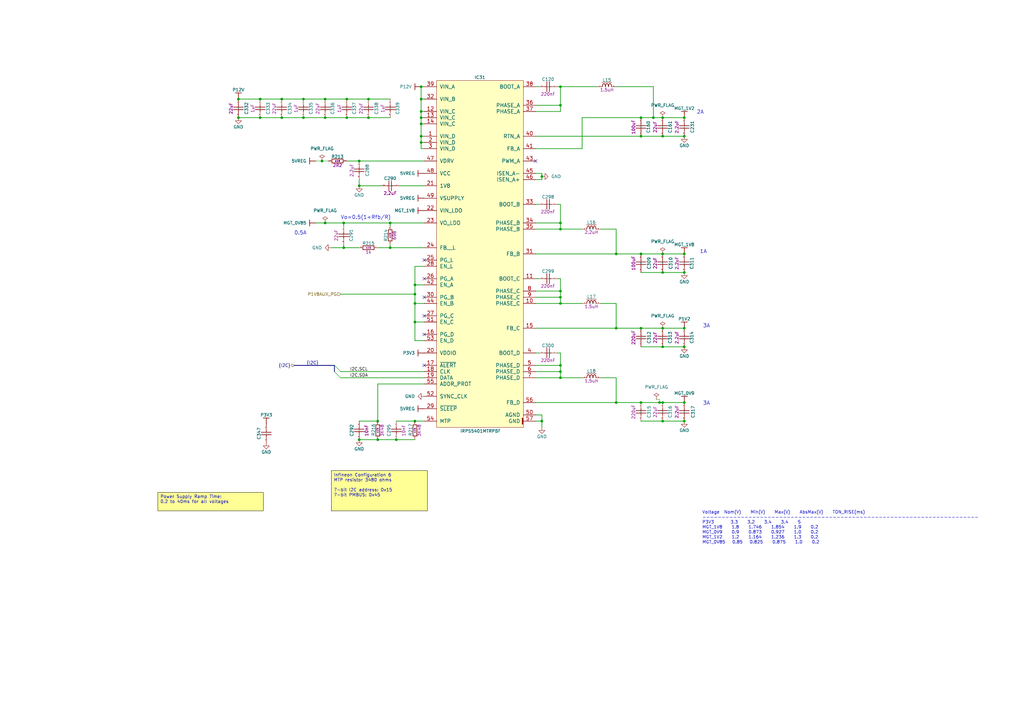
<source format=kicad_sch>
(kicad_sch (version 20250114) (generator "eeschema") (generator_version "9.0")
  (paper "A3")
  (title_block (title "Power Supply P1V2 + P1V8_MGT + P1V2_MGT + P0V9_MGT") (rev "-"))
  (text "1A" (at 287.02 104.14 0) (effects (font (size 1.524 1.524)) (justify left bottom)))
  (text "0.5A" (at 120.65 96.52 0) (effects (font (size 1.524 1.524)) (justify left bottom)))
  (text "3A" (at 288.29 134.62 0) (effects (font (size 1.524 1.524)) (justify left bottom)))
  (text "2A" (at 285.75 46.99 0) (effects (font (size 1.524 1.524)) (justify left bottom)))
  (text "Vo=0.5(1+Rfb/R)" (at 139.7 90.17 0) (effects (font (size 1.524 1.524)) (justify left bottom)))
  (text "3A" (at 288.29 166.37 0) (effects (font (size 1.524 1.524)) (justify left bottom)))
  (text_box "Infineon Configuration 6\nMTP resistor 3480 ohms\n\n7-bit I2C address: 0x15\n7-bit PMBUS: 0x45" (at 175.26 193.04 0) (size -39.37 16.51) (margins 0.9525 0.9525 0.9525 0.9525) (stroke (width 0) (color 0 0 0 1)) (fill (type color) (color 255 255 150 1)) (effects (font (size 1.27 1.27)) (justify left top)))
  (text_box "Power Supply Ramp Time:\n0.2 to 40ms for all voltages" (at 107.95 201.93 0) (size -43.18 7.62) (margins 0.9525 0.9525 0.9525 0.9525) (stroke (width 0) (color 0 0 0 1)) (fill (type color) (color 255 255 150 1)) (effects (font (size 1.27 1.27)) (justify left top)))
  (text_box "Voltage  Nom(V)    Min(V)    Max(V)    AbsMax(V)    TON_RISE(ms)\n------------------------------------------------------------------------\nP3V3       3.3    3.2    3.4    3.4    5\nMGT_1V8    1.8    1.746    1.854    1.9    0.2\nMGT_0V9    0.9    0.873    0.927    1.0    0.2\nMGT_1V2    1.2    1.164    1.236    1.3    0.2\nMGT_0V85   0.85   0.825    0.875    1.0    0.2" (at 287.02 208.28 0) (size 115.57 20.32) (margins 0.9524 0.9524 0.9524 0.9524) (stroke (width -0.0001) (color 0 0 0 1)) (fill (type color) (color 255 255 255 1)) (effects (font (size 1.27 1.27)) (justify left top)))
  (junction (at 222.25 72.39))
  (junction (at 229.87 124.46))
  (junction (at 147.32 66.04))
  (junction (at 154.94 172.72))
  (junction (at 162.56 180.34))
  (junction (at 271.78 165.1))
  (junction (at 115.57 48.26))
  (junction (at 172.72 55.88))
  (junction (at 271.78 134.62))
  (junction (at 252.73 104.14))
  (junction (at 229.87 154.94))
  (junction (at 106.68 48.26))
  (junction (at 262.89 165.1))
  (junction (at 271.78 55.88))
  (junction (at 271.78 104.14))
  (junction (at 280.67 48.26))
  (junction (at 262.89 55.88))
  (junction (at 229.87 43.18))
  (junction (at 271.78 142.24))
  (junction (at 133.35 91.44))
  (junction (at 280.67 104.14))
  (junction (at 124.46 48.26))
  (junction (at 140.97 91.44))
  (junction (at 170.18 124.46))
  (junction (at 280.67 165.1))
  (junction (at 262.89 104.14))
  (junction (at 154.94 180.34))
  (junction (at 172.72 40.64))
  (junction (at 252.73 134.62))
  (junction (at 252.73 165.1))
  (junction (at 271.78 172.72))
  (junction (at 97.79 40.64))
  (junction (at 280.67 111.76))
  (junction (at 280.67 134.62))
  (junction (at 229.87 152.4))
  (junction (at 151.13 48.26))
  (junction (at 262.89 134.62))
  (junction (at 172.72 35.56))
  (junction (at 229.87 119.38))
  (junction (at 229.87 121.92))
  (junction (at 262.89 48.26))
  (junction (at 229.87 91.44))
  (junction (at 172.72 58.42))
  (junction (at 271.78 48.26))
  (junction (at 147.32 76.2))
  (junction (at 133.35 48.26))
  (junction (at 229.87 149.86))
  (junction (at 280.67 142.24))
  (junction (at 222.25 172.72))
  (junction (at 170.18 132.08))
  (junction (at 271.78 111.76))
  (junction (at 140.97 101.6))
  (junction (at 106.68 40.64))
  (junction (at 172.72 50.8))
  (junction (at 172.72 48.26))
  (junction (at 280.67 55.88))
  (junction (at 280.67 172.72))
  (junction (at 142.24 40.64))
  (junction (at 151.13 40.64))
  (junction (at 147.32 180.34))
  (junction (at 133.35 40.64))
  (junction (at 229.87 35.56))
  (junction (at 97.79 48.26))
  (junction (at 270.51 165.1))
  (junction (at 229.87 93.98))
  (junction (at 132.08 66.04))
  (junction (at 267.97 48.26))
  (junction (at 170.18 116.84))
  (junction (at 142.24 48.26))
  (junction (at 172.72 45.72))
  (junction (at 170.18 172.72))
  (junction (at 160.02 91.44))
  (junction (at 115.57 40.64))
  (junction (at 124.46 40.64))
  (junction (at 160.02 101.6))
  (junction (at 170.18 120.65))
  (no_connect (at 173.99 129.54))
  (no_connect (at 173.99 114.3))
  (no_connect (at 173.99 121.92))
  (no_connect (at 219.71 66.04))
  (no_connect (at 173.99 106.68))
  (no_connect (at 173.99 137.16))
  (no_connect (at 173.99 149.86))
  (bus_entry (at 137.16 152.4) (size 2.54 2.54))
  (bus_entry (at 137.16 149.86) (size 2.54 2.54))
  (wire (pts (xy 229.87 152.4) (xy 229.87 154.94)) (stroke (width 0.254)))
  (wire (pts (xy 220.98 114.3) (xy 219.71 114.3)) (stroke (width 0.254)))
  (wire (pts (xy 252.73 93.98) (xy 252.73 104.14)) (stroke (width 0.254)))
  (bus (pts (xy 120.65 149.86) (xy 137.16 149.86)))
  (wire (pts (xy 219.71 73.66) (xy 222.25 73.66)) (stroke (width 0.254)))
  (wire (pts (xy 170.18 172.72) (xy 173.99 172.72)) (stroke (width 0.254)))
  (wire (pts (xy 170.18 124.46) (xy 173.99 124.46)) (stroke (width 0.254)))
  (wire (pts (xy 172.72 48.26) (xy 172.72 50.8)) (stroke (width 0.254)))
  (wire (pts (xy 222.25 72.39) (xy 222.25 71.12)) (stroke (width 0.254)))
  (wire (pts (xy 172.72 58.42) (xy 172.72 60.96)) (stroke (width 0.254)))
  (wire (pts (xy 172.72 55.88) (xy 173.99 55.88)) (stroke (width 0.254)))
  (wire (pts (xy 163.83 76.2) (xy 173.99 76.2)) (stroke (width 0.254)))
  (wire (pts (xy 271.78 48.26) (xy 280.67 48.26)) (stroke (width 0.254)))
  (wire (pts (xy 246.38 93.98) (xy 252.73 93.98)) (stroke (width 0.254)))
  (wire (pts (xy 229.87 83.82) (xy 228.6 83.82)) (stroke (width 0.254)))
  (wire (pts (xy 154.94 180.34) (xy 162.56 180.34)) (stroke (width 0.254)))
  (wire (pts (xy 269.24 163.83) (xy 270.51 163.83)))
  (wire (pts (xy 154.94 157.48) (xy 173.99 157.48)) (stroke (width 0.254)))
  (wire (pts (xy 172.72 55.88) (xy 172.72 58.42)) (stroke (width 0.254)))
  (wire (pts (xy 238.76 48.26) (xy 262.89 48.26)) (stroke (width 0.254)))
  (wire (pts (xy 229.87 144.78) (xy 228.6 144.78)) (stroke (width 0.254)))
  (wire (pts (xy 229.87 35.56) (xy 245.11 35.56)) (stroke (width 0.254)))
  (wire (pts (xy 147.32 73.66) (xy 147.32 76.2)) (stroke (width 0.254)))
  (wire (pts (xy 252.73 165.1) (xy 262.89 165.1)) (stroke (width 0.254)))
  (wire (pts (xy 262.89 142.24) (xy 271.78 142.24)) (stroke (width 0.254)))
  (wire (pts (xy 219.71 60.96) (xy 238.76 60.96)) (stroke (width 0.254)))
  (wire (pts (xy 162.56 180.34) (xy 170.18 180.34)) (stroke (width 0.254)))
  (wire (pts (xy 97.79 48.26) (xy 106.68 48.26)) (stroke (width 0.254)))
  (wire (pts (xy 229.87 149.86) (xy 229.87 152.4)) (stroke (width 0.254)))
  (wire (pts (xy 160.02 101.6) (xy 173.99 101.6)) (stroke (width 0.254)))
  (wire (pts (xy 270.51 165.1) (xy 271.78 165.1)) (stroke (width 0.254)))
  (wire (pts (xy 262.89 111.76) (xy 271.78 111.76)) (stroke (width 0.254)))
  (wire (pts (xy 170.18 120.65) (xy 170.18 124.46)) (stroke (width 0.254)))
  (wire (pts (xy 267.97 48.26) (xy 271.78 48.26)) (stroke (width 0.254)))
  (wire (pts (xy 229.87 121.92) (xy 229.87 124.46)) (stroke (width 0.254)))
  (wire (pts (xy 222.25 71.12) (xy 219.71 71.12)) (stroke (width 0.254)))
  (wire (pts (xy 172.72 58.42) (xy 173.99 58.42)) (stroke (width 0.254)))
  (wire (pts (xy 271.78 55.88) (xy 280.67 55.88)) (stroke (width 0.254)))
  (wire (pts (xy 246.38 154.94) (xy 252.73 154.94)) (stroke (width 0.254)))
  (wire (pts (xy 262.89 48.26) (xy 267.97 48.26)) (stroke (width 0.254)))
  (wire (pts (xy 229.87 119.38) (xy 229.87 121.92)) (stroke (width 0.254)))
  (wire (pts (xy 222.25 172.72) (xy 219.71 172.72)) (stroke (width 0.254)))
  (wire (pts (xy 172.72 40.64) (xy 173.99 40.64)) (stroke (width 0.254)))
  (wire (pts (xy 172.72 35.56) (xy 172.72 40.64)) (stroke (width 0.254)))
  (wire (pts (xy 172.72 35.56) (xy 173.99 35.56)) (stroke (width 0.254)))
  (wire (pts (xy 170.18 109.22) (xy 170.18 116.84)) (stroke (width 0.254)))
  (wire (pts (xy 139.7 154.94) (xy 173.99 154.94)) (stroke (width 0.254)))
  (wire (pts (xy 170.18 132.08) (xy 170.18 139.7)) (stroke (width 0.254)))
  (wire (pts (xy 106.68 40.64) (xy 115.57 40.64)) (stroke (width 0.254)))
  (wire (pts (xy 222.25 73.66) (xy 222.25 72.39)) (stroke (width 0.254)))
  (wire (pts (xy 229.87 43.18) (xy 229.87 35.56)) (stroke (width 0.254)))
  (wire (pts (xy 124.46 40.64) (xy 133.35 40.64)) (stroke (width 0.254)))
  (wire (pts (xy 229.87 121.92) (xy 219.71 121.92)) (stroke (width 0.254)))
  (wire (pts (xy 271.78 142.24) (xy 280.67 142.24)) (stroke (width 0.254)))
  (wire (pts (xy 262.89 55.88) (xy 271.78 55.88)) (stroke (width 0.254)))
  (wire (pts (xy 262.89 172.72) (xy 271.78 172.72)) (stroke (width 0.254)))
  (wire (pts (xy 219.71 43.18) (xy 229.87 43.18)) (stroke (width 0.254)))
  (wire (pts (xy 140.97 92.71) (xy 140.97 91.44)) (stroke (width 0.254)))
  (wire (pts (xy 252.73 154.94) (xy 252.73 165.1)) (stroke (width 0.254)))
  (wire (pts (xy 151.13 40.64) (xy 160.02 40.64)) (stroke (width 0.254)))
  (wire (pts (xy 170.18 116.84) (xy 173.99 116.84)) (stroke (width 0.254)))
  (wire (pts (xy 222.25 172.72) (xy 222.25 170.18)) (stroke (width 0.254)))
  (wire (pts (xy 115.57 48.26) (xy 124.46 48.26)) (stroke (width 0.254)))
  (wire (pts (xy 172.72 45.72) (xy 173.99 45.72)) (stroke (width 0.254)))
  (wire (pts (xy 238.76 60.96) (xy 238.76 48.26)) (stroke (width 0.254)))
  (wire (pts (xy 172.72 60.96) (xy 173.99 60.96)) (stroke (width 0.254)))
  (wire (pts (xy 271.78 104.14) (xy 280.67 104.14)) (stroke (width 0.254)))
  (wire (pts (xy 220.98 83.82) (xy 219.71 83.82)) (stroke (width 0.254)))
  (wire (pts (xy 219.71 134.62) (xy 252.73 134.62)) (stroke (width 0.254)))
  (wire (pts (xy 229.87 93.98) (xy 238.76 93.98)) (stroke (width 0.254)))
  (wire (pts (xy 262.89 104.14) (xy 271.78 104.14)) (stroke (width 0.254)))
  (wire (pts (xy 160.02 92.71) (xy 160.02 91.44)) (stroke (width 0.254)))
  (wire (pts (xy 229.87 35.56) (xy 228.6 35.56)) (stroke (width 0.254)))
  (wire (pts (xy 252.73 104.14) (xy 262.89 104.14)) (stroke (width 0.254)))
  (wire (pts (xy 97.79 40.64) (xy 106.68 40.64)) (stroke (width 0.254)))
  (wire (pts (xy 173.99 109.22) (xy 170.18 109.22)) (stroke (width 0.254)))
  (wire (pts (xy 220.98 35.56) (xy 219.71 35.56)) (stroke (width 0.254)))
  (wire (pts (xy 170.18 132.08) (xy 173.99 132.08)) (stroke (width 0.254)))
  (wire (pts (xy 106.68 48.26) (xy 115.57 48.26)) (stroke (width 0.254)))
  (wire (pts (xy 229.87 114.3) (xy 228.6 114.3)) (stroke (width 0.254)))
  (wire (pts (xy 156.21 76.2) (xy 147.32 76.2)) (stroke (width 0.254)))
  (wire (pts (xy 139.7 152.4) (xy 173.99 152.4)) (stroke (width 0.254)))
  (wire (pts (xy 172.72 50.8) (xy 172.72 55.88)) (stroke (width 0.254)))
  (wire (pts (xy 147.32 180.34) (xy 154.94 180.34)) (stroke (width 0.254)))
  (wire (pts (xy 151.13 48.26) (xy 160.02 48.26)) (stroke (width 0.254)))
  (wire (pts (xy 219.71 149.86) (xy 229.87 149.86)) (stroke (width 0.254)))
  (wire (pts (xy 229.87 154.94) (xy 238.76 154.94)) (stroke (width 0.254)))
  (wire (pts (xy 271.78 172.72) (xy 280.67 172.72)) (stroke (width 0.254)))
  (wire (pts (xy 229.87 91.44) (xy 229.87 83.82)) (stroke (width 0.254)))
  (wire (pts (xy 252.73 134.62) (xy 262.89 134.62)) (stroke (width 0.254)))
  (wire (pts (xy 267.97 35.56) (xy 267.97 48.26)) (stroke (width 0.254)))
  (wire (pts (xy 172.72 48.26) (xy 173.99 48.26)) (stroke (width 0.254)))
  (wire (pts (xy 140.97 101.6) (xy 147.32 101.6)) (stroke (width 0.254)))
  (wire (pts (xy 147.32 66.04) (xy 173.99 66.04)) (stroke (width 0.254)))
  (wire (pts (xy 229.87 152.4) (xy 219.71 152.4)) (stroke (width 0.254)))
  (wire (pts (xy 142.24 66.04) (xy 147.32 66.04)) (stroke (width 0.254)))
  (wire (pts (xy 219.71 165.1) (xy 252.73 165.1)) (stroke (width 0.254)))
  (wire (pts (xy 147.32 172.72) (xy 154.94 172.72)) (stroke (width 0.254)))
  (bus (pts (xy 137.16 149.86) (xy 137.16 152.4)))
  (wire (pts (xy 162.56 172.72) (xy 170.18 172.72)) (stroke (width 0.254)))
  (wire (pts (xy 222.25 170.18) (xy 219.71 170.18)) (stroke (width 0.254)))
  (wire (pts (xy 271.78 111.76) (xy 280.67 111.76)) (stroke (width 0.254)))
  (wire (pts (xy 270.51 163.83) (xy 270.51 165.1)))
  (wire (pts (xy 219.71 104.14) (xy 252.73 104.14)) (stroke (width 0.254)))
  (wire (pts (xy 133.35 91.44) (xy 140.97 91.44)) (stroke (width 0.254)))
  (wire (pts (xy 271.78 134.62) (xy 280.67 134.62)) (stroke (width 0.254)))
  (wire (pts (xy 262.89 134.62) (xy 271.78 134.62)) (stroke (width 0.254)))
  (wire (pts (xy 140.97 91.44) (xy 160.02 91.44)) (stroke (width 0.254)))
  (wire (pts (xy 219.71 91.44) (xy 229.87 91.44)) (stroke (width 0.254)))
  (wire (pts (xy 252.73 35.56) (xy 267.97 35.56)) (stroke (width 0.254)))
  (wire (pts (xy 172.72 50.8) (xy 173.99 50.8)) (stroke (width 0.254)))
  (wire (pts (xy 124.46 48.26) (xy 133.35 48.26)) (stroke (width 0.254)))
  (wire (pts (xy 139.7 120.65) (xy 170.18 120.65)) (stroke (width 0.254)))
  (wire (pts (xy 222.25 175.26) (xy 222.25 172.72)) (stroke (width 0.254)))
  (wire (pts (xy 229.87 43.18) (xy 229.87 45.72)) (stroke (width 0.254)))
  (wire (pts (xy 220.98 144.78) (xy 219.71 144.78)) (stroke (width 0.254)))
  (wire (pts (xy 270.51 165.1) (xy 271.78 165.1)))
  (wire (pts (xy 271.78 165.1) (xy 280.67 165.1)) (stroke (width 0.254)))
  (wire (pts (xy 229.87 149.86) (xy 229.87 144.78)) (stroke (width 0.254)))
  (wire (pts (xy 129.54 91.44) (xy 133.35 91.44)) (stroke (width 0.254)))
  (wire (pts (xy 129.54 66.04) (xy 132.08 66.04)))
  (wire (pts (xy 252.73 124.46) (xy 252.73 134.62)) (stroke (width 0.254)))
  (wire (pts (xy 172.72 40.64) (xy 172.72 45.72)) (stroke (width 0.254)))
  (wire (pts (xy 135.89 101.6) (xy 140.97 101.6)) (stroke (width 0.254)))
  (wire (pts (xy 172.72 45.72) (xy 172.72 48.26)) (stroke (width 0.254)))
  (wire (pts (xy 262.89 165.1) (xy 270.51 165.1)) (stroke (width 0.254)))
  (wire (pts (xy 229.87 124.46) (xy 238.76 124.46)) (stroke (width 0.254)))
  (wire (pts (xy 154.94 101.6) (xy 160.02 101.6)) (stroke (width 0.254)))
  (wire (pts (xy 229.87 119.38) (xy 229.87 114.3)) (stroke (width 0.254)))
  (wire (pts (xy 160.02 91.44) (xy 173.99 91.44)) (stroke (width 0.254)))
  (wire (pts (xy 115.57 40.64) (xy 124.46 40.64)) (stroke (width 0.254)))
  (wire (pts (xy 219.71 119.38) (xy 229.87 119.38)) (stroke (width 0.254)))
  (wire (pts (xy 154.94 172.72) (xy 154.94 157.48)) (stroke (width 0.254)))
  (wire (pts (xy 170.18 116.84) (xy 170.18 120.65)) (stroke (width 0.254)))
  (wire (pts (xy 219.71 55.88) (xy 262.89 55.88)) (stroke (width 0.254)))
  (wire (pts (xy 133.35 40.64) (xy 142.24 40.64)) (stroke (width 0.254)))
  (wire (pts (xy 160.02 101.6) (xy 160.02 100.33)) (stroke (width 0.254)))
  (wire (pts (xy 140.97 101.6) (xy 140.97 100.33)) (stroke (width 0.254)))
  (wire (pts (xy 229.87 91.44) (xy 229.87 93.98)) (stroke (width 0.254)))
  (wire (pts (xy 229.87 124.46) (xy 219.71 124.46)) (stroke (width 0.254)))
  (wire (pts (xy 229.87 154.94) (xy 219.71 154.94)) (stroke (width 0.254)))
  (wire (pts (xy 229.87 45.72) (xy 219.71 45.72)) (stroke (width 0.254)))
  (wire (pts (xy 142.24 40.64) (xy 151.13 40.64)) (stroke (width 0.254)))
  (wire (pts (xy 133.35 48.26) (xy 142.24 48.26)) (stroke (width 0.254)))
  (wire (pts (xy 229.87 93.98) (xy 219.71 93.98)) (stroke (width 0.254)))
  (wire (pts (xy 132.08 66.04) (xy 134.62 66.04)))
  (wire (pts (xy 170.18 139.7) (xy 173.99 139.7)) (stroke (width 0.254)))
  (wire (pts (xy 170.18 124.46) (xy 170.18 132.08)) (stroke (width 0.254)))
  (wire (pts (xy 142.24 48.26) (xy 151.13 48.26)) (stroke (width 0.254)))
  (wire (pts (xy 246.38 124.46) (xy 252.73 124.46)) (stroke (width 0.254)))
  (label "I2C.SCL" (at 143.51 152.4 0))
  (label "I2C.SDA" (at 143.51 154.94 0))
  (label "{I2C}" (at 125.73 149.86 0))
  (hierarchical_label "P1V8AUX_PG" (shape input) (at 139.7 120.65 180))
  (hierarchical_label "{I2C}" (shape bidirectional) (at 120.65 149.86 180))
  (symbol (lib_id "Capacitors SMD:CC0402_2.2UF_16V_10%_X5R") (at 280.67 48.26 270) (unit 1)
    (property "Reference" "C231" (at 283.972 52.07 0))
    (property "Value" "CC0402_2.2UF_16V_10%_X5R" (effects (hide yes)))
    (property "Footprint" "Capacitors SMD:CAPC1005X55N" (effects (hide yes)))
    (property "SMD" "Yes" (effects (hide yes)))
    (property "Val" "2.2uF" (at 277.622 52.07 0))
    (property "Part Number" "CC0402_2.2UF_16V_10%_X5R" (effects (hide yes)))
    (property "Library Ref" "Capacitor - non polarized" (effects (hide yes)))
    (property "Library Path" "SchLib\\Capacitors.SchLib" (effects (hide yes)))
    (property "Comment" "2.2uF" (effects (hide yes)))
    (property "Component Kind" "Standard" (effects (hide yes)))
    (property "Component Type" "Standard" (effects (hide yes)))
    (property "Pin Count" "2" (effects (hide yes)))
    (property "Footprint Path" "PcbLib\\Capacitors SMD.PcbLib" (effects (hide yes)))
    (property "Footprint Ref" "CAPC1005X55N" (effects (hide yes)))
    (property "PackageDescription" " " (effects (hide yes)))
    (property "Status" "Preferred" (effects (hide yes)))
    (property "Status Comment" " " (effects (hide yes)))
    (property "Voltage" "16V" (effects (hide yes)))
    (property "Tolerance" "±10%" (effects (hide yes)))
    (property "Part Description" "SMD Multilayer Chip Ceramic Capacitor" (effects (hide yes)))
    (property "Manufacturer" "GENERIC" (effects (hide yes)))
    (property "Manufacturer Part Number" "CC0402_2.2UF_16V_10%_X5R" (effects (hide yes)))
    (property "Case" "0402" (effects (hide yes)))
    (property "Mounted" "Yes" (effects (hide yes)))
    (property "Socket" "No" (effects (hide yes)))
    (property "PressFit" " " (effects (hide yes)))
    (property "Sense" "No" (effects (hide yes)))
    (property "Sense Comment" " " (effects (hide yes)))
    (property "ComponentHeight" " " (effects (hide yes)))
    (property "Manufacturer1 Example" "TDK" (effects (hide yes)))
    (property "Manufacturer1 Part Number" "C1005X5R1C225K050" (effects (hide yes)))
    (property "Manufacturer1 ComponentHeight" "0.55mm" (effects (hide yes)))
    (property "Author" "CERN DEM BC" (effects (hide yes)))
    (property "CreateDate" "02/08/21 00:00:00" (effects (hide yes)))
    (property "LatestRevisionDate" "02/08/21 00:00:00" (effects (hide yes)))
    (property "Database Table Name" "Capacitors" (effects (hide yes)))
    (property "Library Name" "Capacitors SMD" (effects (hide yes)))
    (property "Footprint Library" "Capacitors SMD" (effects (hide yes)))
    (property "License" "CC-BY-SA 4.0" (effects (hide yes)))
  )
  (symbol (lib_id "Resistors SMD:R0402_698R_1%_0.063W_100PPM") (at 160.02 100.33 90) (unit 1)
    (property "Reference" "R214" (at 158.242 96.52 0))
    (property "Value" "R0402_698R_1%_0.063W_100PPM" (effects (hide yes)))
    (property "Footprint" "Resistors SMD:RESC1005X40N" (effects (hide yes)))
    (property "SMD" "Yes" (effects (hide yes)))
    (property "Tolerance" "±1%" (at 160.02 96.52 0) (effects (font (size 0.635 0.635))))
    (property "Val" "698" (at 161.798 96.52 0))
    (property "Part Number" "R0402_698R_1%_0.063W_100PPM" (effects (hide yes)))
    (property "Library Ref" "Resistor - 1%" (effects (hide yes)))
    (property "Library Path" "SchLib\\Resistors.SchLib" (effects (hide yes)))
    (property "Comment" "698" (effects (hide yes)))
    (property "Component Kind" "Standard" (effects (hide yes)))
    (property "Component Type" "Standard" (effects (hide yes)))
    (property "PackageDescription" " " (effects (hide yes)))
    (property "Pin Count" "2" (effects (hide yes)))
    (property "Footprint Path" "PcbLib\\Resistors SMD.PcbLib" (effects (hide yes)))
    (property "Footprint Ref" "RESC1005X40N" (effects (hide yes)))
    (property "Status" "None" (effects (hide yes)))
    (property "Power" "0.063W" (effects (hide yes)))
    (property "Voltage" " " (effects (hide yes)))
    (property "Part Description" "General Purpose Thick Film Chip Resistor" (effects (hide yes)))
    (property "Manufacturer" "GENERIC" (effects (hide yes)))
    (property "Manufacturer Part Number" "R0402_698R_1%_0.063W_100PPM" (effects (hide yes)))
    (property "Case" "0402" (effects (hide yes)))
    (property "PressFit" "No" (effects (hide yes)))
    (property "Mounted" "Yes" (effects (hide yes)))
    (property "Sense Comment" " " (effects (hide yes)))
    (property "Sense" "No" (effects (hide yes)))
    (property "Status Comment" " " (effects (hide yes)))
    (property "Socket" "No" (effects (hide yes)))
    (property "ComponentHeight" " " (effects (hide yes)))
    (property "Manufacturer1 Example" "VISHAY" (effects (hide yes)))
    (property "Manufacturer1 Part Number" "CRCW0402698RFK" (effects (hide yes)))
    (property "Manufacturer1 ComponentHeight" "0.4mm" (effects (hide yes)))
    (property "Author" "CERN DEM BC" (effects (hide yes)))
    (property "CreateDate" "02/08/21 00:00:00" (effects (hide yes)))
    (property "LatestRevisionDate" "02/08/21 00:00:00" (effects (hide yes)))
    (property "Database Table Name" "Resistors" (effects (hide yes)))
    (property "Library Name" "Resistors SMD" (effects (hide yes)))
    (property "Footprint Library" "Resistors SMD" (effects (hide yes)))
    (property "License" "CC-BY-SA 4.0" (effects (hide yes)))
  )
  (symbol (lib_id "Capacitors SMD:CC0402_2.2UF_16V_10%_X5R") (at 280.67 104.14 270) (unit 1)
    (property "Reference" "C311" (at 283.718 107.95 0))
    (property "Value" "CC0402_2.2UF_16V_10%_X5R" (effects (hide yes)))
    (property "Footprint" "Capacitors SMD:CAPC1005X55N" (effects (hide yes)))
    (property "SMD" "Yes" (effects (hide yes)))
    (property "Val" "2.2uF" (at 277.622 107.95 0))
    (property "Part Number" "CC0402_2.2UF_16V_10%_X5R" (effects (hide yes)))
    (property "Library Ref" "Capacitor - non polarized" (effects (hide yes)))
    (property "Library Path" "SchLib\\Capacitors.SchLib" (effects (hide yes)))
    (property "Comment" "2.2uF" (effects (hide yes)))
    (property "Component Kind" "Standard" (effects (hide yes)))
    (property "Component Type" "Standard" (effects (hide yes)))
    (property "Pin Count" "2" (effects (hide yes)))
    (property "Footprint Path" "PcbLib\\Capacitors SMD.PcbLib" (effects (hide yes)))
    (property "Footprint Ref" "CAPC1005X55N" (effects (hide yes)))
    (property "PackageDescription" " " (effects (hide yes)))
    (property "Status" "Preferred" (effects (hide yes)))
    (property "Status Comment" " " (effects (hide yes)))
    (property "Voltage" "16V" (effects (hide yes)))
    (property "Tolerance" "±10%" (effects (hide yes)))
    (property "Part Description" "SMD Multilayer Chip Ceramic Capacitor" (effects (hide yes)))
    (property "Manufacturer" "GENERIC" (effects (hide yes)))
    (property "Manufacturer Part Number" "CC0402_2.2UF_16V_10%_X5R" (effects (hide yes)))
    (property "Case" "0402" (effects (hide yes)))
    (property "Mounted" "Yes" (effects (hide yes)))
    (property "Socket" "No" (effects (hide yes)))
    (property "PressFit" " " (effects (hide yes)))
    (property "Sense" "No" (effects (hide yes)))
    (property "Sense Comment" " " (effects (hide yes)))
    (property "ComponentHeight" " " (effects (hide yes)))
    (property "Manufacturer1 Example" "TDK" (effects (hide yes)))
    (property "Manufacturer1 Part Number" "C1005X5R1C225K050" (effects (hide yes)))
    (property "Manufacturer1 ComponentHeight" "0.55mm" (effects (hide yes)))
    (property "Author" "CERN DEM BC" (effects (hide yes)))
    (property "CreateDate" "02/08/21 00:00:00" (effects (hide yes)))
    (property "LatestRevisionDate" "02/08/21 00:00:00" (effects (hide yes)))
    (property "Database Table Name" "Capacitors" (effects (hide yes)))
    (property "Library Name" "Capacitors SMD" (effects (hide yes)))
    (property "Footprint Library" "Capacitors SMD" (effects (hide yes)))
    (property "License" "CC-BY-SA 4.0" (effects (hide yes)))
  )
  (symbol (lib_id "power:GND") (at 222.25 72.39 90) (unit 1)
    (property "Reference" "#PWR0595" (effects (hide yes)))
    (property "Value" "GND" (at 226.06 72.39 90) (effects (justify right)))
    (property "Description" "GROUND power-flag symbol" (effects (hide yes)))
  )
  (symbol (lib_id "power:PWR_FLAG") (at 271.78 134.62 0) (unit 1)
    (property "Reference" "#FLG05" (effects (hide yes)))
    (property "Value" "PWR_FLAG" (at 271.78 129.54 0))
    (property "Description" "general power-flag symbol" (effects (hide yes)))
  )
  (symbol (lib_id "Capacitors SMD:CC1210_220UF_6.3V_20%_X5R") (at 262.89 134.62 270) (unit 1)
    (property "Reference" "C312" (at 266.192 138.43 0))
    (property "Value" "CC1210_220UF_6.3V_20%_X5R" (effects (hide yes)))
    (property "Footprint" "Capacitors SMD:CAPC3225X280N" (effects (hide yes)))
    (property "SMD" "Yes" (effects (hide yes)))
    (property "Val" "220uF" (at 259.842 138.43 0))
    (property "Part Number" "CC1210_220UF_6.3V_20%_X5R" (effects (hide yes)))
    (property "Library Ref" "Capacitor - non polarized" (effects (hide yes)))
    (property "Library Path" "SchLib\\Capacitors.SchLib" (effects (hide yes)))
    (property "Comment" "220uF" (effects (hide yes)))
    (property "Component Kind" "Standard" (effects (hide yes)))
    (property "Component Type" "Standard" (effects (hide yes)))
    (property "Pin Count" "2" (effects (hide yes)))
    (property "Footprint Path" "PcbLib\\Capacitors SMD.PcbLib" (effects (hide yes)))
    (property "Footprint Ref" "CAPC3225X280N" (effects (hide yes)))
    (property "PackageDescription" " " (effects (hide yes)))
    (property "Status" "Preferred" (effects (hide yes)))
    (property "Status Comment" " " (effects (hide yes)))
    (property "Voltage" "6.3V" (effects (hide yes)))
    (property "Tolerance" "±20%" (effects (hide yes)))
    (property "Part Description" "SMD Multilayer Chip Ceramic Capacitor" (effects (hide yes)))
    (property "Manufacturer" "GENERIC" (effects (hide yes)))
    (property "Manufacturer Part Number" "CC1210_220UF_6.3V_20%_X5R" (effects (hide yes)))
    (property "Case" "1210" (effects (hide yes)))
    (property "Mounted" "Yes" (effects (hide yes)))
    (property "Socket" "No" (effects (hide yes)))
    (property "PressFit" " " (effects (hide yes)))
    (property "Sense" "No" (effects (hide yes)))
    (property "Sense Comment" " " (effects (hide yes)))
    (property "ComponentHeight" " " (effects (hide yes)))
    (property "Manufacturer1 Example" "MURATA" (effects (hide yes)))
    (property "Manufacturer1 Part Number" "GRM32ER60J227ME05L" (effects (hide yes)))
    (property "Manufacturer1 ComponentHeight" "2.8mm" (effects (hide yes)))
    (property "Author" "CERN DEM JLC" (effects (hide yes)))
    (property "CreateDate" "11/19/18 00:00:00" (effects (hide yes)))
    (property "LatestRevisionDate" "11/19/18 00:00:00" (effects (hide yes)))
    (property "Database Table Name" "Capacitors" (effects (hide yes)))
    (property "Library Name" "Capacitors SMD" (effects (hide yes)))
    (property "Footprint Library" "Capacitors SMD" (effects (hide yes)))
    (property "License" "CC-BY-SA 4.0" (effects (hide yes)))
  )
  (symbol (lib_id "power:PWR_FLAG") (at 271.78 48.26 0) (unit 1)
    (property "Reference" "#FLG03" (effects (hide yes)))
    (property "Value" "PWR_FLAG" (at 271.78 43.18 0))
    (property "Description" "general power-flag symbol" (effects (hide yes)))
  )
  (symbol (lib_id "power:GND") (at 280.67 142.24 0) (unit 1)
    (property "Reference" "#PWR0590" (effects (hide yes)))
    (property "Value" "GND" (at 280.67 146.05 0))
    (property "Description" "GROUND power-flag symbol" (effects (hide yes)))
  )
  (symbol (lib_id "vme-wren:P12V") (at 172.72 35.56 270) (unit 1)
    (property "Reference" "#PWR0594" (effects (hide yes)))
    (property "Value" "P12V" (at 168.91 35.56 90) (effects (justify right)))
  )
  (symbol (lib_id "Capacitors SMD:CC0402_1UF_25V_10%_X5R") (at 160.02 40.64 270) (unit 1)
    (property "Reference" "C339" (at 163.068 44.45 0))
    (property "Value" "CC0402_1UF_25V_10%_X5R" (effects (hide yes)))
    (property "Footprint" "Capacitors SMD:CAPC1005X55N" (effects (hide yes)))
    (property "SMD" "Yes" (effects (hide yes)))
    (property "Val" "1uF" (at 156.972 44.45 0))
    (property "Part Number" "CC0402_1UF_25V_10%_X5R" (effects (hide yes)))
    (property "Library Ref" "Capacitor - non polarized" (effects (hide yes)))
    (property "Library Path" "SchLib\\Capacitors.SchLib" (effects (hide yes)))
    (property "Comment" "1uF" (effects (hide yes)))
    (property "Component Kind" "Standard" (effects (hide yes)))
    (property "Component Type" "Standard" (effects (hide yes)))
    (property "Pin Count" "2" (effects (hide yes)))
    (property "Footprint Path" "PcbLib\\Capacitors SMD.PcbLib" (effects (hide yes)))
    (property "Footprint Ref" "CAPC1005X55N" (effects (hide yes)))
    (property "PackageDescription" " " (effects (hide yes)))
    (property "Status" "Preferred" (effects (hide yes)))
    (property "Status Comment" " " (effects (hide yes)))
    (property "Voltage" "25V" (effects (hide yes)))
    (property "Tolerance" "±10%" (effects (hide yes)))
    (property "Part Description" "SMD Multilayer Chip Ceramic Capacitor" (effects (hide yes)))
    (property "Manufacturer" "GENERIC" (effects (hide yes)))
    (property "Manufacturer Part Number" "CC0402_1UF_25V_10%_X5R" (effects (hide yes)))
    (property "Case" "0402" (effects (hide yes)))
    (property "Mounted" "Yes" (effects (hide yes)))
    (property "Socket" "No" (effects (hide yes)))
    (property "PressFit" " " (effects (hide yes)))
    (property "Sense" "No" (effects (hide yes)))
    (property "Sense Comment" " " (effects (hide yes)))
    (property "ComponentHeight" " " (effects (hide yes)))
    (property "Manufacturer1 Example" "TDK" (effects (hide yes)))
    (property "Manufacturer1 Part Number" "C1005X5R1E105K050" (effects (hide yes)))
    (property "Manufacturer1 ComponentHeight" "0.55mm" (effects (hide yes)))
    (property "Author" "CERN DEM BC" (effects (hide yes)))
    (property "CreateDate" "02/17/20 00:00:00" (effects (hide yes)))
    (property "LatestRevisionDate" "02/17/20 00:00:00" (effects (hide yes)))
    (property "Database Table Name" "Capacitors" (effects (hide yes)))
    (property "Library Name" "Capacitors SMD" (effects (hide yes)))
    (property "Footprint Library" "Capacitors SMD" (effects (hide yes)))
    (property "License" "CC-BY-SA 4.0" (effects (hide yes)))
  )
  (symbol (lib_id "power:GND") (at 109.22 181.61 0) (unit 1)
    (property "Reference" "#PWR0606" (effects (hide yes)))
    (property "Value" "GND" (at 109.22 185.42 0))
    (property "Description" "GROUND power-flag symbol" (effects (hide yes)))
  )
  (symbol (lib_id "Capacitors SMD:CC0402_1UF_25V_10%_X5R") (at 124.46 40.64 270) (unit 1)
    (property "Reference" "C335" (at 127.508 44.45 0))
    (property "Value" "CC0402_1UF_25V_10%_X5R" (effects (hide yes)))
    (property "Footprint" "Capacitors SMD:CAPC1005X55N" (effects (hide yes)))
    (property "SMD" "Yes" (effects (hide yes)))
    (property "Val" "1uF" (at 121.412 44.45 0))
    (property "Part Number" "CC0402_1UF_25V_10%_X5R" (effects (hide yes)))
    (property "Library Ref" "Capacitor - non polarized" (effects (hide yes)))
    (property "Library Path" "SchLib\\Capacitors.SchLib" (effects (hide yes)))
    (property "Comment" "1uF" (effects (hide yes)))
    (property "Component Kind" "Standard" (effects (hide yes)))
    (property "Component Type" "Standard" (effects (hide yes)))
    (property "Pin Count" "2" (effects (hide yes)))
    (property "Footprint Path" "PcbLib\\Capacitors SMD.PcbLib" (effects (hide yes)))
    (property "Footprint Ref" "CAPC1005X55N" (effects (hide yes)))
    (property "PackageDescription" " " (effects (hide yes)))
    (property "Status" "Preferred" (effects (hide yes)))
    (property "Status Comment" " " (effects (hide yes)))
    (property "Voltage" "25V" (effects (hide yes)))
    (property "Tolerance" "±10%" (effects (hide yes)))
    (property "Part Description" "SMD Multilayer Chip Ceramic Capacitor" (effects (hide yes)))
    (property "Manufacturer" "GENERIC" (effects (hide yes)))
    (property "Manufacturer Part Number" "CC0402_1UF_25V_10%_X5R" (effects (hide yes)))
    (property "Case" "0402" (effects (hide yes)))
    (property "Mounted" "Yes" (effects (hide yes)))
    (property "Socket" "No" (effects (hide yes)))
    (property "PressFit" " " (effects (hide yes)))
    (property "Sense" "No" (effects (hide yes)))
    (property "Sense Comment" " " (effects (hide yes)))
    (property "ComponentHeight" " " (effects (hide yes)))
    (property "Manufacturer1 Example" "TDK" (effects (hide yes)))
    (property "Manufacturer1 Part Number" "C1005X5R1E105K050" (effects (hide yes)))
    (property "Manufacturer1 ComponentHeight" "0.55mm" (effects (hide yes)))
    (property "Author" "CERN DEM BC" (effects (hide yes)))
    (property "CreateDate" "02/17/20 00:00:00" (effects (hide yes)))
    (property "LatestRevisionDate" "02/17/20 00:00:00" (effects (hide yes)))
    (property "Database Table Name" "Capacitors" (effects (hide yes)))
    (property "Library Name" "Capacitors SMD" (effects (hide yes)))
    (property "Footprint Library" "Capacitors SMD" (effects (hide yes)))
    (property "License" "CC-BY-SA 4.0" (effects (hide yes)))
  )
  (symbol (lib_id "Inductors SMD:IND_1.5UH_20%_COILCRAFT_XAL4020") (at 238.76 124.46 0) (unit 1)
    (property "Reference" "L17" (at 242.57 121.666 0))
    (property "Value" "IND_1.5UH_20%_COILCRAFT_XAL4020" (effects (hide yes)))
    (property "Footprint" "Inductors SMD:IND_COILCRAFT_XAL4020" (effects (hide yes)))
    (property "SMD" "Yes" (effects (hide yes)))
    (property "Val" "1.5uH" (at 242.57 125.73 0))
    (property "Part Number" "IND_1.5UH_20%_COILCRAFT_XAL4020" (effects (hide yes)))
    (property "Library Ref" "Inductor With Magnetic core" (effects (hide yes)))
    (property "Library Path" "SchLib\\Inductors & Transformers.SchLib" (effects (hide yes)))
    (property "Comment" "1.5uH" (effects (hide yes)))
    (property "Component Kind" "Standard" (effects (hide yes)))
    (property "Component Type" "Standard" (effects (hide yes)))
    (property "PackageDescription" " " (effects (hide yes)))
    (property "Pin Count" "2" (effects (hide yes)))
    (property "Footprint Path" "PcbLib\\Inductors SMD.PcbLib" (effects (hide yes)))
    (property "Footprint Ref" "IND_COILCRAFT_XAL4020" (effects (hide yes)))
    (property "Status" " " (effects (hide yes)))
    (property "Power" "5.2A" (effects (hide yes)))
    (property "Resistance" "0.02145R" (effects (hide yes)))
    (property "Tolerance" "±20%" (effects (hide yes)))
    (property "Part Description" "SMD Shielded Power Inductor" (effects (hide yes)))
    (property "Manufacturer" "COILCRAFT" (effects (hide yes)))
    (property "Manufacturer Part Number" "XAL4030-152ME" (effects (hide yes)))
    (property "Case" " " (effects (hide yes)))
    (property "Mounted" "Yes" (effects (hide yes)))
    (property "Socket" "No" (effects (hide yes)))
    (property "Sense Comment" " " (effects (hide yes)))
    (property "Sense" "No" (effects (hide yes)))
    (property "Status Comment" " " (effects (hide yes)))
    (property "ComponentHeight" "2.1mm" (effects (hide yes)))
    (property "Author" "CERN DEM BC" (effects (hide yes)))
    (property "CreateDate" "08/07/19 00:00:00" (effects (hide yes)))
    (property "LatestRevisionDate" "08/07/19 00:00:00" (effects (hide yes)))
    (property "Database Table Name" "Inductors & Transformers" (effects (hide yes)))
    (property "Library Name" "Inductors SMD" (effects (hide yes)))
    (property "Footprint Library" "Inductors SMD" (effects (hide yes)))
    (property "License" "CC-BY-SA 4.0" (effects (hide yes)))
  )
  (symbol (lib_id "power:GND") (at 147.32 76.2 0) (unit 1)
    (property "Reference" "#PWR0605" (effects (hide yes)))
    (property "Value" "GND" (at 147.32 80.01 0))
    (property "Description" "GROUND power-flag symbol" (effects (hide yes)))
  )
  (symbol (lib_id "power:GND") (at 280.67 111.76 0) (unit 1)
    (property "Reference" "#PWR0588" (effects (hide yes)))
    (property "Value" "GND" (at 280.67 115.57 0))
    (property "Description" "GROUND power-flag symbol" (effects (hide yes)))
  )
  (symbol (lib_id "power:GND") (at 173.99 162.56 270) (unit 1)
    (property "Reference" "#PWR0592" (effects (hide yes)))
    (property "Value" "GND" (at 170.18 162.56 90) (effects (justify right)))
    (property "Description" "GROUND power-flag symbol" (effects (hide yes)))
  )
  (symbol (lib_id "Capacitors SMD:CC0402_1UF_25V_10%_X5R") (at 106.68 40.64 270) (unit 1)
    (property "Reference" "C333" (at 109.982 44.45 0))
    (property "Value" "CC0402_1UF_25V_10%_X5R" (effects (hide yes)))
    (property "Footprint" "Capacitors SMD:CAPC1005X55N" (effects (hide yes)))
    (property "SMD" "Yes" (effects (hide yes)))
    (property "Val" "1uF" (at 103.632 44.45 0))
    (property "Part Number" "CC0402_1UF_25V_10%_X5R" (effects (hide yes)))
    (property "Library Ref" "Capacitor - non polarized" (effects (hide yes)))
    (property "Library Path" "SchLib\\Capacitors.SchLib" (effects (hide yes)))
    (property "Comment" "1uF" (effects (hide yes)))
    (property "Component Kind" "Standard" (effects (hide yes)))
    (property "Component Type" "Standard" (effects (hide yes)))
    (property "Pin Count" "2" (effects (hide yes)))
    (property "Footprint Path" "PcbLib\\Capacitors SMD.PcbLib" (effects (hide yes)))
    (property "Footprint Ref" "CAPC1005X55N" (effects (hide yes)))
    (property "PackageDescription" " " (effects (hide yes)))
    (property "Status" "Preferred" (effects (hide yes)))
    (property "Status Comment" " " (effects (hide yes)))
    (property "Voltage" "25V" (effects (hide yes)))
    (property "Tolerance" "±10%" (effects (hide yes)))
    (property "Part Description" "SMD Multilayer Chip Ceramic Capacitor" (effects (hide yes)))
    (property "Manufacturer" "GENERIC" (effects (hide yes)))
    (property "Manufacturer Part Number" "CC0402_1UF_25V_10%_X5R" (effects (hide yes)))
    (property "Case" "0402" (effects (hide yes)))
    (property "Mounted" "Yes" (effects (hide yes)))
    (property "Socket" "No" (effects (hide yes)))
    (property "PressFit" " " (effects (hide yes)))
    (property "Sense" "No" (effects (hide yes)))
    (property "Sense Comment" " " (effects (hide yes)))
    (property "ComponentHeight" " " (effects (hide yes)))
    (property "Manufacturer1 Example" "TDK" (effects (hide yes)))
    (property "Manufacturer1 Part Number" "C1005X5R1E105K050" (effects (hide yes)))
    (property "Manufacturer1 ComponentHeight" "0.55mm" (effects (hide yes)))
    (property "Author" "CERN DEM BC" (effects (hide yes)))
    (property "CreateDate" "02/17/20 00:00:00" (effects (hide yes)))
    (property "LatestRevisionDate" "02/17/20 00:00:00" (effects (hide yes)))
    (property "Database Table Name" "Capacitors" (effects (hide yes)))
    (property "Library Name" "Capacitors SMD" (effects (hide yes)))
    (property "Footprint Library" "Capacitors SMD" (effects (hide yes)))
    (property "License" "CC-BY-SA 4.0" (effects (hide yes)))
  )
  (symbol (lib_id "Capacitors SMD:CC0402_220NF_16V_10%_X7R") (at 228.6 144.78 0) (mirror y) (unit 1)
    (property "Reference" "C300" (at 224.79 141.732 0))
    (property "Value" "CC0402_220NF_16V_10%_X7R" (effects (hide yes)))
    (property "Footprint" "Capacitors SMD:CAPC1005X55N" (effects (hide yes)))
    (property "SMD" "Yes" (effects (hide yes)))
    (property "Val" "220nF" (at 224.79 147.828 0))
    (property "Part Number" "CC0402_220NF_16V_10%_X7R" (effects (hide yes)))
    (property "Library Ref" "Capacitor - non polarized" (effects (hide yes)))
    (property "Library Path" "SchLib\\Capacitors.SchLib" (effects (hide yes)))
    (property "Comment" "220nF" (effects (hide yes)))
    (property "Component Kind" "Standard" (effects (hide yes)))
    (property "Component Type" "Standard" (effects (hide yes)))
    (property "Pin Count" "2" (effects (hide yes)))
    (property "Footprint Path" "PcbLib\\Capacitors SMD.PcbLib" (effects (hide yes)))
    (property "Footprint Ref" "CAPC1005X55N" (effects (hide yes)))
    (property "PackageDescription" " " (effects (hide yes)))
    (property "Status" "Preferred" (effects (hide yes)))
    (property "Status Comment" " " (effects (hide yes)))
    (property "Voltage" "16V" (effects (hide yes)))
    (property "Tolerance" "±10%" (effects (hide yes)))
    (property "Part Description" "SMD Multilayer Chip Ceramic Capacitor" (effects (hide yes)))
    (property "Manufacturer" "GENERIC" (effects (hide yes)))
    (property "Manufacturer Part Number" "CC0402_220NF_16V_10%_X7R" (effects (hide yes)))
    (property "Case" "0402" (effects (hide yes)))
    (property "Mounted" "Yes" (effects (hide yes)))
    (property "Socket" "No" (effects (hide yes)))
    (property "PressFit" " " (effects (hide yes)))
    (property "Sense" "No" (effects (hide yes)))
    (property "Sense Comment" " " (effects (hide yes)))
    (property "ComponentHeight" " " (effects (hide yes)))
    (property "Manufacturer1 Example" "TDK" (effects (hide yes)))
    (property "Manufacturer1 Part Number" "C1005X7R1C224K050" (effects (hide yes)))
    (property "Manufacturer1 ComponentHeight" "0.55mm" (effects (hide yes)))
    (property "Author" "CERN DEM JLC" (effects (hide yes)))
    (property "CreateDate" "10/25/12 00:00:00" (effects (hide yes)))
    (property "LatestRevisionDate" "10/25/12 00:00:00" (effects (hide yes)))
    (property "Database Table Name" "Capacitors" (effects (hide yes)))
    (property "Library Name" "Capacitors SMD" (effects (hide yes)))
    (property "Footprint Library" "Capacitors SMD" (effects (hide yes)))
    (property "License" "CC-BY-SA 4.0" (effects (hide yes)))
  )
  (symbol (lib_id "Capacitors SMD:CC0402_10NF_16V_10%_X7R") (at 162.56 180.34 90) (unit 1)
    (property "Reference" "C295" (at 159.512 176.53 0))
    (property "Value" "CC0402_10NF_16V_10%_X7R" (effects (hide yes)))
    (property "Footprint" "Capacitors SMD:CAPC1005X55N" (effects (hide yes)))
    (property "SMD" "Yes" (effects (hide yes)))
    (property "Val" "10nF" (at 165.608 176.53 0))
    (property "Part Number" "CC0402_10NF_16V_10%_X7R" (effects (hide yes)))
    (property "Library Ref" "Capacitor - non polarized" (effects (hide yes)))
    (property "Library Path" "SchLib\\Capacitors.SchLib" (effects (hide yes)))
    (property "Comment" "10nF" (effects (hide yes)))
    (property "Component Kind" "Standard" (effects (hide yes)))
    (property "Component Type" "Standard" (effects (hide yes)))
    (property "Pin Count" "2" (effects (hide yes)))
    (property "Footprint Path" "PcbLib\\Capacitors SMD.PcbLib" (effects (hide yes)))
    (property "Footprint Ref" "CAPC1005X55N" (effects (hide yes)))
    (property "PackageDescription" " " (effects (hide yes)))
    (property "Status" "Not Recommended" (effects (hide yes)))
    (property "Status Comment" " " (effects (hide yes)))
    (property "Voltage" "16V" (effects (hide yes)))
    (property "Tolerance" "±10%" (effects (hide yes)))
    (property "Part Description" "SMD Multilayer Chip Ceramic Capacitor" (effects (hide yes)))
    (property "Manufacturer" "GENERIC" (effects (hide yes)))
    (property "Manufacturer Part Number" "CC0402_10NF_16V_10%_X7R" (effects (hide yes)))
    (property "Case" "0402" (effects (hide yes)))
    (property "Mounted" "Yes" (effects (hide yes)))
    (property "Socket" "No" (effects (hide yes)))
    (property "PressFit" " " (effects (hide yes)))
    (property "Sense" "No" (effects (hide yes)))
    (property "Sense Comment" " " (effects (hide yes)))
    (property "ComponentHeight" " " (effects (hide yes)))
    (property "Manufacturer1 Example" "PHYCOMP" (effects (hide yes)))
    (property "Manufacturer1 Part Number" "223878715636" (effects (hide yes)))
    (property "Manufacturer1 ComponentHeight" "0.55mm" (effects (hide yes)))
    (property "Author" "CERN DEM JLC" (effects (hide yes)))
    (property "CreateDate" "12/03/07 00:00:00" (effects (hide yes)))
    (property "LatestRevisionDate" "12/03/07 00:00:00" (effects (hide yes)))
    (property "Database Table Name" "Capacitors" (effects (hide yes)))
    (property "Library Name" "Capacitors SMD" (effects (hide yes)))
    (property "Footprint Library" "Capacitors SMD" (effects (hide yes)))
    (property "License" "CC-BY-SA 4.0" (effects (hide yes)))
  )
  (symbol (lib_id "vme-wren:P12V") (at 97.79 40.64 180) (unit 1)
    (property "Reference" "#PWR0599" (effects (hide yes)))
    (property "Value" "P12V" (at 97.79 36.83 0))
  )
  (symbol (lib_id "power:GND") (at 222.25 175.26 0) (unit 1)
    (property "Reference" "#PWR0596" (effects (hide yes)))
    (property "Value" "GND" (at 222.25 179.07 0))
    (property "Description" "GROUND power-flag symbol" (effects (hide yes)))
  )
  (symbol (lib_id "vme-wren:5VREG") (at 173.99 167.64 270) (unit 1)
    (property "Reference" "#PWR0593" (effects (hide yes)))
    (property "Value" "5VREG" (at 170.18 167.64 90) (effects (justify right)))
  )
  (symbol (lib_id "power:GND") (at 280.67 55.88 0) (unit 1)
    (property "Reference" "#PWR0585" (effects (hide yes)))
    (property "Value" "GND" (at 280.67 59.69 0))
    (property "Description" "GROUND power-flag symbol" (effects (hide yes)))
  )
  (symbol (lib_id "vme-wren:MGT_1V8") (at 173.99 86.36 270) (unit 1)
    (property "Reference" "#PWR0602" (effects (hide yes)))
    (property "Value" "MGT_1V8" (at 170.18 86.36 90) (effects (justify right)))
  )
  (symbol (lib_id "power:GND") (at 97.79 48.26 0) (unit 1)
    (property "Reference" "#PWR0601" (effects (hide yes)))
    (property "Value" "GND" (at 97.79 52.07 0))
    (property "Description" "GROUND power-flag symbol" (effects (hide yes)))
  )
  (symbol (lib_id "power:GND") (at 280.67 172.72 0) (unit 1)
    (property "Reference" "#PWR0584" (effects (hide yes)))
    (property "Value" "GND" (at 280.67 176.53 0))
    (property "Description" "GROUND power-flag symbol" (effects (hide yes)))
  )
  (symbol (lib_id "Capacitors SMD:CC0402_220NF_16V_10%_X7R") (at 228.6 83.82 0) (mirror y) (unit 1)
    (property "Reference" "C298" (at 224.79 80.772 0))
    (property "Value" "CC0402_220NF_16V_10%_X7R" (effects (hide yes)))
    (property "Footprint" "Capacitors SMD:CAPC1005X55N" (effects (hide yes)))
    (property "SMD" "Yes" (effects (hide yes)))
    (property "Val" "220nF" (at 224.79 86.868 0))
    (property "Part Number" "CC0402_220NF_16V_10%_X7R" (effects (hide yes)))
    (property "Library Ref" "Capacitor - non polarized" (effects (hide yes)))
    (property "Library Path" "SchLib\\Capacitors.SchLib" (effects (hide yes)))
    (property "Comment" "220nF" (effects (hide yes)))
    (property "Component Kind" "Standard" (effects (hide yes)))
    (property "Component Type" "Standard" (effects (hide yes)))
    (property "Pin Count" "2" (effects (hide yes)))
    (property "Footprint Path" "PcbLib\\Capacitors SMD.PcbLib" (effects (hide yes)))
    (property "Footprint Ref" "CAPC1005X55N" (effects (hide yes)))
    (property "PackageDescription" " " (effects (hide yes)))
    (property "Status" "Preferred" (effects (hide yes)))
    (property "Status Comment" " " (effects (hide yes)))
    (property "Voltage" "16V" (effects (hide yes)))
    (property "Tolerance" "±10%" (effects (hide yes)))
    (property "Part Description" "SMD Multilayer Chip Ceramic Capacitor" (effects (hide yes)))
    (property "Manufacturer" "GENERIC" (effects (hide yes)))
    (property "Manufacturer Part Number" "CC0402_220NF_16V_10%_X7R" (effects (hide yes)))
    (property "Case" "0402" (effects (hide yes)))
    (property "Mounted" "Yes" (effects (hide yes)))
    (property "Socket" "No" (effects (hide yes)))
    (property "PressFit" " " (effects (hide yes)))
    (property "Sense" "No" (effects (hide yes)))
    (property "Sense Comment" " " (effects (hide yes)))
    (property "ComponentHeight" " " (effects (hide yes)))
    (property "Manufacturer1 Example" "TDK" (effects (hide yes)))
    (property "Manufacturer1 Part Number" "C1005X7R1C224K050" (effects (hide yes)))
    (property "Manufacturer1 ComponentHeight" "0.55mm" (effects (hide yes)))
    (property "Author" "CERN DEM JLC" (effects (hide yes)))
    (property "CreateDate" "10/25/12 00:00:00" (effects (hide yes)))
    (property "LatestRevisionDate" "10/25/12 00:00:00" (effects (hide yes)))
    (property "Database Table Name" "Capacitors" (effects (hide yes)))
    (property "Library Name" "Capacitors SMD" (effects (hide yes)))
    (property "Footprint Library" "Capacitors SMD" (effects (hide yes)))
    (property "License" "CC-BY-SA 4.0" (effects (hide yes)))
  )
  (symbol (lib_id "vme-wren:P3V3") (at 109.22 173.99 180) (unit 1)
    (property "Reference" "#PWR0607" (effects (hide yes)))
    (property "Value" "P3V3" (at 109.22 170.18 0))
  )
  (symbol (lib_name "R0402_3K48_1%_0.063W_100PPM_1") (lib_id "Resistors SMD:R0402_3K48_1%_0.063W_100PPM") (at 154.94 180.34 90) (unit 1)
    (property "Reference" "R216" (at 153.162 176.276 0))
    (property "Value" "R0402_3K48_1%_0.063W_100PPM" (effects (hide yes)))
    (property "Footprint" "Resistors SMD:RESC1005X40N" (effects (hide yes)))
    (property "SMD" "Yes" (effects (hide yes)))
    (property "Tolerance" "±1%" (at 154.94 176.53 0) (effects (font (size 0.635 0.635))))
    (property "Val" "3K48" (at 156.718 176.53 0))
    (property "Part Number" "R0402_3K48_1%_0.063W_100PPM" (effects (hide yes)))
    (property "Library Ref" "Resistor - 1%" (effects (hide yes)))
    (property "Library Path" "SchLib\\Resistors.SchLib" (effects (hide yes)))
    (property "Comment" "3K48" (effects (hide yes)))
    (property "Component Kind" "Standard" (effects (hide yes)))
    (property "Component Type" "Standard" (effects (hide yes)))
    (property "PackageDescription" " " (effects (hide yes)))
    (property "Pin Count" "2" (effects (hide yes)))
    (property "Footprint Path" "PcbLib\\Resistors SMD.PcbLib" (effects (hide yes)))
    (property "Footprint Ref" "RESC1005X40N" (effects (hide yes)))
    (property "Status" "None" (effects (hide yes)))
    (property "Power" "0.063W" (effects (hide yes)))
    (property "Voltage" " " (effects (hide yes)))
    (property "Part Description" "General Purpose Thick Film Chip Resistor" (effects (hide yes)))
    (property "Manufacturer" "GENERIC" (effects (hide yes)))
    (property "Manufacturer Part Number" "R0402_3K48_1%_0.063W_100PPM" (effects (hide yes)))
    (property "Case" "0402" (effects (hide yes)))
    (property "PressFit" "No" (effects (hide yes)))
    (property "Mounted" "Yes" (effects (hide yes)))
    (property "Sense Comment" " " (effects (hide yes)))
    (property "Sense" "No" (effects (hide yes)))
    (property "Status Comment" " " (effects (hide yes)))
    (property "Socket" "No" (effects (hide yes)))
    (property "ComponentHeight" " " (effects (hide yes)))
    (property "Manufacturer1 Example" "VISHAY" (effects (hide yes)))
    (property "Manufacturer1 Part Number" "CRCW04023K48FK" (effects (hide yes)))
    (property "Manufacturer1 ComponentHeight" "0.4mm" (effects (hide yes)))
    (property "Author" "CERN DEM BC" (effects (hide yes)))
    (property "CreateDate" "02/08/21 00:00:00" (effects (hide yes)))
    (property "LatestRevisionDate" "02/08/21 00:00:00" (effects (hide yes)))
    (property "Database Table Name" "Resistors" (effects (hide yes)))
    (property "Library Name" "Resistors SMD" (effects (hide yes)))
    (property "Footprint Library" "Resistors SMD" (effects (hide yes)))
    (property "License" "CC-BY-SA 4.0" (effects (hide yes)))
  )
  (symbol (lib_id "Capacitors SMD:CC0402_220NF_16V_10%_X7R") (at 228.6 114.3 0) (mirror y) (unit 1)
    (property "Reference" "C299" (at 224.79 111.252 0))
    (property "Value" "CC0402_220NF_16V_10%_X7R" (effects (hide yes)))
    (property "Footprint" "Capacitors SMD:CAPC1005X55N" (effects (hide yes)))
    (property "SMD" "Yes" (effects (hide yes)))
    (property "Val" "220nF" (at 224.79 117.348 0))
    (property "Part Number" "CC0402_220NF_16V_10%_X7R" (effects (hide yes)))
    (property "Library Ref" "Capacitor - non polarized" (effects (hide yes)))
    (property "Library Path" "SchLib\\Capacitors.SchLib" (effects (hide yes)))
    (property "Comment" "220nF" (effects (hide yes)))
    (property "Component Kind" "Standard" (effects (hide yes)))
    (property "Component Type" "Standard" (effects (hide yes)))
    (property "Pin Count" "2" (effects (hide yes)))
    (property "Footprint Path" "PcbLib\\Capacitors SMD.PcbLib" (effects (hide yes)))
    (property "Footprint Ref" "CAPC1005X55N" (effects (hide yes)))
    (property "PackageDescription" " " (effects (hide yes)))
    (property "Status" "Preferred" (effects (hide yes)))
    (property "Status Comment" " " (effects (hide yes)))
    (property "Voltage" "16V" (effects (hide yes)))
    (property "Tolerance" "±10%" (effects (hide yes)))
    (property "Part Description" "SMD Multilayer Chip Ceramic Capacitor" (effects (hide yes)))
    (property "Manufacturer" "GENERIC" (effects (hide yes)))
    (property "Manufacturer Part Number" "CC0402_220NF_16V_10%_X7R" (effects (hide yes)))
    (property "Case" "0402" (effects (hide yes)))
    (property "Mounted" "Yes" (effects (hide yes)))
    (property "Socket" "No" (effects (hide yes)))
    (property "PressFit" " " (effects (hide yes)))
    (property "Sense" "No" (effects (hide yes)))
    (property "Sense Comment" " " (effects (hide yes)))
    (property "ComponentHeight" " " (effects (hide yes)))
    (property "Manufacturer1 Example" "TDK" (effects (hide yes)))
    (property "Manufacturer1 Part Number" "C1005X7R1C224K050" (effects (hide yes)))
    (property "Manufacturer1 ComponentHeight" "0.55mm" (effects (hide yes)))
    (property "Author" "CERN DEM JLC" (effects (hide yes)))
    (property "CreateDate" "10/25/12 00:00:00" (effects (hide yes)))
    (property "LatestRevisionDate" "10/25/12 00:00:00" (effects (hide yes)))
    (property "Database Table Name" "Capacitors" (effects (hide yes)))
    (property "Library Name" "Capacitors SMD" (effects (hide yes)))
    (property "Footprint Library" "Capacitors SMD" (effects (hide yes)))
    (property "License" "CC-BY-SA 4.0" (effects (hide yes)))
  )
  (symbol (lib_id "Capacitors SMD:CC0402_100NF_16V_10%_X7R") (at 109.22 181.61 90) (unit 1)
    (property "Reference" "C347" (at 106.172 177.8 0))
    (property "Value" "CC0402_100NF_16V_10%_X7R" (effects (hide yes)))
    (property "Footprint" "Capacitors SMD:CAPC1005X55N" (effects (hide yes)))
    (property "Description" "100nF" (effects (hide yes)))
    (property "SMD" "Yes" (effects (hide yes)))
    (property "Part Number" "CC0402_100NF_16V_10%_X7R" (effects (hide yes)))
    (property "Library Ref" "Capacitor - non polarized" (effects (hide yes)))
    (property "Library Path" "SchLib\\Capacitors.SchLib" (effects (hide yes)))
    (property "Comment" "100nF" (effects (hide yes)))
    (property "Component Kind" "Standard" (effects (hide yes)))
    (property "Component Type" "Standard" (effects (hide yes)))
    (property "Pin Count" "2" (effects (hide yes)))
    (property "Footprint Path" "PcbLib\\Capacitors SMD.PcbLib" (effects (hide yes)))
    (property "Footprint Ref" "CAPC1005X55N" (effects (hide yes)))
    (property "PackageDescription" " " (effects (hide yes)))
    (property "Status" "Not Recommended" (effects (hide yes)))
    (property "Status Comment" " " (effects (hide yes)))
    (property "Voltage" "16V" (effects (hide yes)))
    (property "Tolerance" "±10%" (effects (hide yes)))
    (property "Part Description" "SMD Multilayer Chip Ceramic Capacitor" (effects (hide yes)))
    (property "Manufacturer" "GENERIC" (effects (hide yes)))
    (property "Manufacturer Part Number" "CC0402_100NF_16V_10%_X7R" (effects (hide yes)))
    (property "Case" "0402" (effects (hide yes)))
    (property "Mounted" "Yes" (effects (hide yes)))
    (property "Socket" "No" (effects (hide yes)))
    (property "PressFit" " " (effects (hide yes)))
    (property "Sense" "No" (effects (hide yes)))
    (property "Sense Comment" " " (effects (hide yes)))
    (property "ComponentHeight" " " (effects (hide yes)))
    (property "Manufacturer1 Example" "MURATA" (effects (hide yes)))
    (property "Manufacturer1 Part Number" "GRM155R71C104KA88D" (effects (hide yes)))
    (property "Manufacturer1 ComponentHeight" "0.55mm" (effects (hide yes)))
    (property "Author" "CERN DEM JLC" (effects (hide yes)))
    (property "CreateDate" "12/05/13 00:00:00" (effects (hide yes)))
    (property "LatestRevisionDate" "12/03/07 00:00:00" (effects (hide yes)))
    (property "Database Table Name" "Capacitors" (effects (hide yes)))
    (property "Library Name" "Capacitors SMD" (effects (hide yes)))
    (property "Footprint Library" "Capacitors SMD" (effects (hide yes)))
    (property "License" "CC-BY-SA 4.0" (effects (hide yes)))
  )
  (symbol (lib_id "Capacitors SMD:CC1206_22UF_25V_20%_X5R") (at 133.35 40.64 270) (unit 1)
    (property "Reference" "C336" (at 136.398 44.45 0))
    (property "Value" "CC1206_22UF_25V_20%_X5R" (effects (hide yes)))
    (property "Footprint" "Capacitors SMD:CAPC3216X180N" (effects (hide yes)))
    (property "SMD" "Yes" (effects (hide yes)))
    (property "Val" "22uF" (at 130.302 44.45 0))
    (property "Part Number" "CC1206_22UF_25V_20%_X5R" (effects (hide yes)))
    (property "Library Ref" "Capacitor - non polarized" (effects (hide yes)))
    (property "Library Path" "SchLib\\Capacitors.SchLib" (effects (hide yes)))
    (property "Comment" "22uF" (effects (hide yes)))
    (property "Component Kind" "Standard" (effects (hide yes)))
    (property "Component Type" "Standard" (effects (hide yes)))
    (property "Pin Count" "2" (effects (hide yes)))
    (property "Footprint Path" "PcbLib\\Capacitors SMD.PcbLib" (effects (hide yes)))
    (property "Footprint Ref" "CAPC3216X180N" (effects (hide yes)))
    (property "PackageDescription" " " (effects (hide yes)))
    (property "Status" "None" (effects (hide yes)))
    (property "Status Comment" " " (effects (hide yes)))
    (property "Voltage" "25V" (effects (hide yes)))
    (property "Tolerance" "±20%" (effects (hide yes)))
    (property "Part Description" "SMD Multilayer Chip Ceramic Capacitor" (effects (hide yes)))
    (property "Manufacturer" "GENERIC" (effects (hide yes)))
    (property "Manufacturer Part Number" "CC1206_22UF_25V_20%_X5R" (effects (hide yes)))
    (property "Case" "1206" (effects (hide yes)))
    (property "Mounted" "Yes" (effects (hide yes)))
    (property "Socket" "No" (effects (hide yes)))
    (property "PressFit" " " (effects (hide yes)))
    (property "Sense" "No" (effects (hide yes)))
    (property "Sense Comment" " " (effects (hide yes)))
    (property "ComponentHeight" " " (effects (hide yes)))
    (property "Manufacturer1 Example" "TDK" (effects (hide yes)))
    (property "Manufacturer1 Part Number" "C3216X5R1E226M160" (effects (hide yes)))
    (property "Manufacturer1 ComponentHeight" "1.8mm" (effects (hide yes)))
    (property "Author" "CERN DEM WB" (effects (hide yes)))
    (property "CreateDate" "07/25/18 00:00:00" (effects (hide yes)))
    (property "LatestRevisionDate" "07/25/18 00:00:00" (effects (hide yes)))
    (property "Database Table Name" "Capacitors" (effects (hide yes)))
    (property "Library Name" "Capacitors SMD" (effects (hide yes)))
    (property "Footprint Library" "Capacitors SMD" (effects (hide yes)))
    (property "License" "CC-BY-SA 4.0" (effects (hide yes)))
  )
  (symbol (lib_id "Capacitors SMD:CC0402_2.2UF_16V_10%_X5R") (at 163.83 76.2 0) (mirror y) (unit 1)
    (property "Reference" "C290" (at 160.02 73.152 0))
    (property "Value" "CC0402_2.2UF_16V_10%_X5R" (effects (hide yes)))
    (property "Footprint" "Capacitors SMD:CAPC1005X55N" (effects (hide yes)))
    (property "SMD" "Yes" (effects (hide yes)))
    (property "Val" "2.2uF" (at 160.02 79.248 0))
    (property "Part Number" "CC0402_2.2UF_16V_10%_X5R" (effects (hide yes)))
    (property "Library Ref" "Capacitor - non polarized" (effects (hide yes)))
    (property "Library Path" "SchLib\\Capacitors.SchLib" (effects (hide yes)))
    (property "Comment" "2.2uF" (effects (hide yes)))
    (property "Component Kind" "Standard" (effects (hide yes)))
    (property "Component Type" "Standard" (effects (hide yes)))
    (property "Pin Count" "2" (effects (hide yes)))
    (property "Footprint Path" "PcbLib\\Capacitors SMD.PcbLib" (effects (hide yes)))
    (property "Footprint Ref" "CAPC1005X55N" (effects (hide yes)))
    (property "PackageDescription" " " (effects (hide yes)))
    (property "Status" "Preferred" (effects (hide yes)))
    (property "Status Comment" " " (effects (hide yes)))
    (property "Voltage" "16V" (effects (hide yes)))
    (property "Tolerance" "±10%" (effects (hide yes)))
    (property "Part Description" "SMD Multilayer Chip Ceramic Capacitor" (effects (hide yes)))
    (property "Manufacturer" "GENERIC" (effects (hide yes)))
    (property "Manufacturer Part Number" "CC0402_2.2UF_16V_10%_X5R" (effects (hide yes)))
    (property "Case" "0402" (effects (hide yes)))
    (property "Mounted" "Yes" (effects (hide yes)))
    (property "Socket" "No" (effects (hide yes)))
    (property "PressFit" " " (effects (hide yes)))
    (property "Sense" "No" (effects (hide yes)))
    (property "Sense Comment" " " (effects (hide yes)))
    (property "ComponentHeight" " " (effects (hide yes)))
    (property "Manufacturer1 Example" "TDK" (effects (hide yes)))
    (property "Manufacturer1 Part Number" "C1005X5R1C225K050" (effects (hide yes)))
    (property "Manufacturer1 ComponentHeight" "0.55mm" (effects (hide yes)))
    (property "Author" "CERN DEM BC" (effects (hide yes)))
    (property "CreateDate" "02/08/21 00:00:00" (effects (hide yes)))
    (property "LatestRevisionDate" "02/08/21 00:00:00" (effects (hide yes)))
    (property "Database Table Name" "Capacitors" (effects (hide yes)))
    (property "Library Name" "Capacitors SMD" (effects (hide yes)))
    (property "Footprint Library" "Capacitors SMD" (effects (hide yes)))
    (property "License" "CC-BY-SA 4.0" (effects (hide yes)))
  )
  (symbol (lib_id "vme-wren:5VREG") (at 173.99 71.12 270) (unit 1)
    (property "Reference" "#PWR0604" (effects (hide yes)))
    (property "Value" "5VREG" (at 170.18 71.12 90) (effects (justify right)))
  )
  (symbol (lib_id "Capacitors SMD:CC0402_220NF_16V_10%_X7R") (at 228.6 35.56 0) (mirror y) (unit 1)
    (property "Reference" "C120" (at 224.79 32.512 0))
    (property "Value" "CC0402_220NF_16V_10%_X7R" (effects (hide yes)))
    (property "Footprint" "Capacitors SMD:CAPC1005X55N" (effects (hide yes)))
    (property "SMD" "Yes" (effects (hide yes)))
    (property "Val" "220nF" (at 224.79 38.608 0))
    (property "Part Number" "CC0402_220NF_16V_10%_X7R" (effects (hide yes)))
    (property "Library Ref" "Capacitor - non polarized" (effects (hide yes)))
    (property "Library Path" "SchLib\\Capacitors.SchLib" (effects (hide yes)))
    (property "Comment" "220nF" (effects (hide yes)))
    (property "Component Kind" "Standard" (effects (hide yes)))
    (property "Component Type" "Standard" (effects (hide yes)))
    (property "Pin Count" "2" (effects (hide yes)))
    (property "Footprint Path" "PcbLib\\Capacitors SMD.PcbLib" (effects (hide yes)))
    (property "Footprint Ref" "CAPC1005X55N" (effects (hide yes)))
    (property "PackageDescription" " " (effects (hide yes)))
    (property "Status" "Preferred" (effects (hide yes)))
    (property "Status Comment" " " (effects (hide yes)))
    (property "Voltage" "16V" (effects (hide yes)))
    (property "Tolerance" "±10%" (effects (hide yes)))
    (property "Part Description" "SMD Multilayer Chip Ceramic Capacitor" (effects (hide yes)))
    (property "Manufacturer" "GENERIC" (effects (hide yes)))
    (property "Manufacturer Part Number" "CC0402_220NF_16V_10%_X7R" (effects (hide yes)))
    (property "Case" "0402" (effects (hide yes)))
    (property "Mounted" "Yes" (effects (hide yes)))
    (property "Socket" "No" (effects (hide yes)))
    (property "PressFit" " " (effects (hide yes)))
    (property "Sense" "No" (effects (hide yes)))
    (property "Sense Comment" " " (effects (hide yes)))
    (property "ComponentHeight" " " (effects (hide yes)))
    (property "Manufacturer1 Example" "TDK" (effects (hide yes)))
    (property "Manufacturer1 Part Number" "C1005X7R1C224K050" (effects (hide yes)))
    (property "Manufacturer1 ComponentHeight" "0.55mm" (effects (hide yes)))
    (property "Author" "CERN DEM JLC" (effects (hide yes)))
    (property "CreateDate" "10/25/12 00:00:00" (effects (hide yes)))
    (property "LatestRevisionDate" "10/25/12 00:00:00" (effects (hide yes)))
    (property "Database Table Name" "Capacitors" (effects (hide yes)))
    (property "Library Name" "Capacitors SMD" (effects (hide yes)))
    (property "Footprint Library" "Capacitors SMD" (effects (hide yes)))
    (property "License" "CC-BY-SA 4.0" (effects (hide yes)))
  )
  (symbol (lib_id "Capacitors SMD:CC0402_2.2UF_16V_10%_X5R") (at 280.67 165.1 270) (unit 1)
    (property "Reference" "C317" (at 284.226 168.91 0))
    (property "Value" "CC0402_2.2UF_16V_10%_X5R" (effects (hide yes)))
    (property "Footprint" "Capacitors SMD:CAPC1005X55N" (effects (hide yes)))
    (property "SMD" "Yes" (effects (hide yes)))
    (property "Val" "2.2uF" (at 277.622 168.91 0))
    (property "Part Number" "CC0402_2.2UF_16V_10%_X5R" (effects (hide yes)))
    (property "Library Ref" "Capacitor - non polarized" (effects (hide yes)))
    (property "Library Path" "SchLib\\Capacitors.SchLib" (effects (hide yes)))
    (property "Comment" "2.2uF" (effects (hide yes)))
    (property "Component Kind" "Standard" (effects (hide yes)))
    (property "Component Type" "Standard" (effects (hide yes)))
    (property "Pin Count" "2" (effects (hide yes)))
    (property "Footprint Path" "PcbLib\\Capacitors SMD.PcbLib" (effects (hide yes)))
    (property "Footprint Ref" "CAPC1005X55N" (effects (hide yes)))
    (property "PackageDescription" " " (effects (hide yes)))
    (property "Status" "Preferred" (effects (hide yes)))
    (property "Status Comment" " " (effects (hide yes)))
    (property "Voltage" "16V" (effects (hide yes)))
    (property "Tolerance" "±10%" (effects (hide yes)))
    (property "Part Description" "SMD Multilayer Chip Ceramic Capacitor" (effects (hide yes)))
    (property "Manufacturer" "GENERIC" (effects (hide yes)))
    (property "Manufacturer Part Number" "CC0402_2.2UF_16V_10%_X5R" (effects (hide yes)))
    (property "Case" "0402" (effects (hide yes)))
    (property "Mounted" "Yes" (effects (hide yes)))
    (property "Socket" "No" (effects (hide yes)))
    (property "PressFit" " " (effects (hide yes)))
    (property "Sense" "No" (effects (hide yes)))
    (property "Sense Comment" " " (effects (hide yes)))
    (property "ComponentHeight" " " (effects (hide yes)))
    (property "Manufacturer1 Example" "TDK" (effects (hide yes)))
    (property "Manufacturer1 Part Number" "C1005X5R1C225K050" (effects (hide yes)))
    (property "Manufacturer1 ComponentHeight" "0.55mm" (effects (hide yes)))
    (property "Author" "CERN DEM BC" (effects (hide yes)))
    (property "CreateDate" "02/08/21 00:00:00" (effects (hide yes)))
    (property "LatestRevisionDate" "02/08/21 00:00:00" (effects (hide yes)))
    (property "Database Table Name" "Capacitors" (effects (hide yes)))
    (property "Library Name" "Capacitors SMD" (effects (hide yes)))
    (property "Footprint Library" "Capacitors SMD" (effects (hide yes)))
    (property "License" "CC-BY-SA 4.0" (effects (hide yes)))
  )
  (symbol (lib_id "Capacitors SMD:CC1206_22UF_25V_20%_X5R") (at 151.13 40.64 270) (unit 1)
    (property "Reference" "C338" (at 154.432 44.45 0))
    (property "Value" "CC1206_22UF_25V_20%_X5R" (effects (hide yes)))
    (property "Footprint" "Capacitors SMD:CAPC3216X180N" (effects (hide yes)))
    (property "SMD" "Yes" (effects (hide yes)))
    (property "Val" "22uF" (at 148.082 44.45 0))
    (property "Part Number" "CC1206_22UF_25V_20%_X5R" (effects (hide yes)))
    (property "Library Ref" "Capacitor - non polarized" (effects (hide yes)))
    (property "Library Path" "SchLib\\Capacitors.SchLib" (effects (hide yes)))
    (property "Comment" "22uF" (effects (hide yes)))
    (property "Component Kind" "Standard" (effects (hide yes)))
    (property "Component Type" "Standard" (effects (hide yes)))
    (property "Pin Count" "2" (effects (hide yes)))
    (property "Footprint Path" "PcbLib\\Capacitors SMD.PcbLib" (effects (hide yes)))
    (property "Footprint Ref" "CAPC3216X180N" (effects (hide yes)))
    (property "PackageDescription" " " (effects (hide yes)))
    (property "Status" "None" (effects (hide yes)))
    (property "Status Comment" " " (effects (hide yes)))
    (property "Voltage" "25V" (effects (hide yes)))
    (property "Tolerance" "±20%" (effects (hide yes)))
    (property "Part Description" "SMD Multilayer Chip Ceramic Capacitor" (effects (hide yes)))
    (property "Manufacturer" "GENERIC" (effects (hide yes)))
    (property "Manufacturer Part Number" "CC1206_22UF_25V_20%_X5R" (effects (hide yes)))
    (property "Case" "1206" (effects (hide yes)))
    (property "Mounted" "Yes" (effects (hide yes)))
    (property "Socket" "No" (effects (hide yes)))
    (property "PressFit" " " (effects (hide yes)))
    (property "Sense" "No" (effects (hide yes)))
    (property "Sense Comment" " " (effects (hide yes)))
    (property "ComponentHeight" " " (effects (hide yes)))
    (property "Manufacturer1 Example" "TDK" (effects (hide yes)))
    (property "Manufacturer1 Part Number" "C3216X5R1E226M160" (effects (hide yes)))
    (property "Manufacturer1 ComponentHeight" "1.8mm" (effects (hide yes)))
    (property "Author" "CERN DEM WB" (effects (hide yes)))
    (property "CreateDate" "07/25/18 00:00:00" (effects (hide yes)))
    (property "LatestRevisionDate" "07/25/18 00:00:00" (effects (hide yes)))
    (property "Database Table Name" "Capacitors" (effects (hide yes)))
    (property "Library Name" "Capacitors SMD" (effects (hide yes)))
    (property "Footprint Library" "Capacitors SMD" (effects (hide yes)))
    (property "License" "CC-BY-SA 4.0" (effects (hide yes)))
  )
  (symbol (lib_id "Capacitors SMD:CC1206_22UF_25V_20%_X5R") (at 115.57 40.64 270) (unit 1)
    (property "Reference" "C334" (at 118.872 44.45 0))
    (property "Value" "CC1206_22UF_25V_20%_X5R" (effects (hide yes)))
    (property "Footprint" "Capacitors SMD:CAPC3216X180N" (effects (hide yes)))
    (property "SMD" "Yes" (effects (hide yes)))
    (property "Val" "22uF" (at 112.522 44.45 0))
    (property "Part Number" "CC1206_22UF_25V_20%_X5R" (effects (hide yes)))
    (property "Library Ref" "Capacitor - non polarized" (effects (hide yes)))
    (property "Library Path" "SchLib\\Capacitors.SchLib" (effects (hide yes)))
    (property "Comment" "22uF" (effects (hide yes)))
    (property "Component Kind" "Standard" (effects (hide yes)))
    (property "Component Type" "Standard" (effects (hide yes)))
    (property "Pin Count" "2" (effects (hide yes)))
    (property "Footprint Path" "PcbLib\\Capacitors SMD.PcbLib" (effects (hide yes)))
    (property "Footprint Ref" "CAPC3216X180N" (effects (hide yes)))
    (property "PackageDescription" " " (effects (hide yes)))
    (property "Status" "None" (effects (hide yes)))
    (property "Status Comment" " " (effects (hide yes)))
    (property "Voltage" "25V" (effects (hide yes)))
    (property "Tolerance" "±20%" (effects (hide yes)))
    (property "Part Description" "SMD Multilayer Chip Ceramic Capacitor" (effects (hide yes)))
    (property "Manufacturer" "GENERIC" (effects (hide yes)))
    (property "Manufacturer Part Number" "CC1206_22UF_25V_20%_X5R" (effects (hide yes)))
    (property "Case" "1206" (effects (hide yes)))
    (property "Mounted" "Yes" (effects (hide yes)))
    (property "Socket" "No" (effects (hide yes)))
    (property "PressFit" " " (effects (hide yes)))
    (property "Sense" "No" (effects (hide yes)))
    (property "Sense Comment" " " (effects (hide yes)))
    (property "ComponentHeight" " " (effects (hide yes)))
    (property "Manufacturer1 Example" "TDK" (effects (hide yes)))
    (property "Manufacturer1 Part Number" "C3216X5R1E226M160" (effects (hide yes)))
    (property "Manufacturer1 ComponentHeight" "1.8mm" (effects (hide yes)))
    (property "Author" "CERN DEM WB" (effects (hide yes)))
    (property "CreateDate" "07/25/18 00:00:00" (effects (hide yes)))
    (property "LatestRevisionDate" "07/25/18 00:00:00" (effects (hide yes)))
    (property "Database Table Name" "Capacitors" (effects (hide yes)))
    (property "Library Name" "Capacitors SMD" (effects (hide yes)))
    (property "Footprint Library" "Capacitors SMD" (effects (hide yes)))
    (property "License" "CC-BY-SA 4.0" (effects (hide yes)))
  )
  (symbol (lib_id "vme-wren:5VREG") (at 173.99 81.28 270) (unit 1)
    (property "Reference" "#PWR0603" (effects (hide yes)))
    (property "Value" "5VREG" (at 170.18 81.28 90) (effects (justify right)))
  )
  (symbol (lib_id "Inductors SMD:IND_1.5UH_20%_COILCRAFT_XAL4020") (at 245.11 35.56 0) (unit 1)
    (property "Reference" "L15" (at 248.92 32.766 0))
    (property "Value" "IND_1.5UH_20%_COILCRAFT_XAL4020" (effects (hide yes)))
    (property "Footprint" "Inductors SMD:IND_COILCRAFT_XAL4020" (effects (hide yes)))
    (property "SMD" "Yes" (effects (hide yes)))
    (property "Val" "1.5uH" (at 248.92 36.83 0))
    (property "Part Number" "IND_1.5UH_20%_COILCRAFT_XAL4020" (effects (hide yes)))
    (property "Library Ref" "Inductor With Magnetic core" (effects (hide yes)))
    (property "Library Path" "SchLib\\Inductors & Transformers.SchLib" (effects (hide yes)))
    (property "Comment" "1.5uH" (effects (hide yes)))
    (property "Component Kind" "Standard" (effects (hide yes)))
    (property "Component Type" "Standard" (effects (hide yes)))
    (property "PackageDescription" " " (effects (hide yes)))
    (property "Pin Count" "2" (effects (hide yes)))
    (property "Footprint Path" "PcbLib\\Inductors SMD.PcbLib" (effects (hide yes)))
    (property "Footprint Ref" "IND_COILCRAFT_XAL4020" (effects (hide yes)))
    (property "Status" " " (effects (hide yes)))
    (property "Power" "5.2A" (effects (hide yes)))
    (property "Resistance" "0.02145R" (effects (hide yes)))
    (property "Tolerance" "±20%" (effects (hide yes)))
    (property "Part Description" "SMD Shielded Power Inductor" (effects (hide yes)))
    (property "Manufacturer" "COILCRAFT" (effects (hide yes)))
    (property "Manufacturer Part Number" "XAL4030-152ME" (effects (hide yes)))
    (property "Case" " " (effects (hide yes)))
    (property "Mounted" "Yes" (effects (hide yes)))
    (property "Socket" "No" (effects (hide yes)))
    (property "Sense Comment" " " (effects (hide yes)))
    (property "Sense" "No" (effects (hide yes)))
    (property "Status Comment" " " (effects (hide yes)))
    (property "ComponentHeight" "2.1mm" (effects (hide yes)))
    (property "Author" "CERN DEM BC" (effects (hide yes)))
    (property "CreateDate" "08/07/19 00:00:00" (effects (hide yes)))
    (property "LatestRevisionDate" "08/07/19 00:00:00" (effects (hide yes)))
    (property "Database Table Name" "Inductors & Transformers" (effects (hide yes)))
    (property "Library Name" "Inductors SMD" (effects (hide yes)))
    (property "Footprint Library" "Inductors SMD" (effects (hide yes)))
    (property "License" "CC-BY-SA 4.0" (effects (hide yes)))
  )
  (symbol (lib_id "Resistors SMD:R0402_1K_1%_0.0625W_100PPM") (at 154.94 101.6 0) (mirror y) (unit 1)
    (property "Reference" "R215" (at 151.13 99.822 0))
    (property "Value" "R0402_1K_1%_0.0625W_100PPM" (effects (hide yes)))
    (property "Footprint" "Resistors SMD:RESC1005X40N" (effects (hide yes)))
    (property "SMD" "Yes" (effects (hide yes)))
    (property "Tolerance" "±1%" (at 151.13 101.6 0) (effects (font (size 0.635 0.635))))
    (property "Val" "1k" (at 151.13 103.378 0))
    (property "Part Number" "R0402_1K_1%_0.0625W_100PPM" (effects (hide yes)))
    (property "Library Ref" "Resistor - 1%" (effects (hide yes)))
    (property "Library Path" "SchLib\\Resistors.SchLib" (effects (hide yes)))
    (property "Comment" "1k" (effects (hide yes)))
    (property "Component Kind" "Standard" (effects (hide yes)))
    (property "Component Type" "Standard" (effects (hide yes)))
    (property "PackageDescription" " " (effects (hide yes)))
    (property "Pin Count" "2" (effects (hide yes)))
    (property "Footprint Path" "PcbLib\\Resistors SMD.PcbLib" (effects (hide yes)))
    (property "Footprint Ref" "RESC1005X40N" (effects (hide yes)))
    (property "Status" "Not Recommended" (effects (hide yes)))
    (property "Power" "0.0625W" (effects (hide yes)))
    (property "Voltage" " " (effects (hide yes)))
    (property "Part Description" "General Purpose Thick Film Chip Resistor" (effects (hide yes)))
    (property "Manufacturer" "GENERIC" (effects (hide yes)))
    (property "Manufacturer Part Number" "R0402_1K_1%_0.0625W_100PPM" (effects (hide yes)))
    (property "Case" "0402" (effects (hide yes)))
    (property "PressFit" "No" (effects (hide yes)))
    (property "Mounted" "Yes" (effects (hide yes)))
    (property "Sense Comment" " " (effects (hide yes)))
    (property "Sense" "No" (effects (hide yes)))
    (property "Status Comment" " " (effects (hide yes)))
    (property "Socket" "No" (effects (hide yes)))
    (property "ComponentHeight" " " (effects (hide yes)))
    (property "Manufacturer1 Example" "YAGEO PHYCOMP" (effects (hide yes)))
    (property "Manufacturer1 Part Number" "232270671002L" (effects (hide yes)))
    (property "Manufacturer1 ComponentHeight" "0.4mm" (effects (hide yes)))
    (property "Author" "CERN DEM JLC" (effects (hide yes)))
    (property "CreateDate" "12/03/07 00:00:00" (effects (hide yes)))
    (property "LatestRevisionDate" "10/17/12 00:00:00" (effects (hide yes)))
    (property "Database Table Name" "Resistors" (effects (hide yes)))
    (property "Library Name" "Resistors SMD" (effects (hide yes)))
    (property "Footprint Library" "Resistors SMD" (effects (hide yes)))
    (property "License" "CC-BY-SA 4.0" (effects (hide yes)))
  )
  (symbol (lib_id "power:PWR_FLAG") (at 271.78 104.14 0) (unit 1)
    (property "Reference" "#FLG04" (effects (hide yes)))
    (property "Value" "PWR_FLAG" (at 271.78 99.06 0))
    (property "Description" "general power-flag symbol" (effects (hide yes)))
  )
  (symbol (lib_id "Capacitors SMD:CC0603_22UF_10V_20%_X5R") (at 140.97 92.71 270) (unit 1)
    (property "Reference" "C291" (at 144.018 96.52 0))
    (property "Value" "CC0603_22UF_10V_20%_X5R" (effects (hide yes)))
    (property "Footprint" "Capacitors SMD:CAPC1608X90N" (effects (hide yes)))
    (property "SMD" "Yes" (effects (hide yes)))
    (property "Val" "22uF" (at 137.922 96.52 0))
    (property "Part Number" "CC0603_22UF_10V_20%_X5R" (effects (hide yes)))
    (property "Library Ref" "Capacitor - non polarized" (effects (hide yes)))
    (property "Library Path" "SchLib\\Capacitors.SchLib" (effects (hide yes)))
    (property "Comment" "22uF" (effects (hide yes)))
    (property "Component Kind" "Standard" (effects (hide yes)))
    (property "Component Type" "Standard" (effects (hide yes)))
    (property "Pin Count" "2" (effects (hide yes)))
    (property "Footprint Path" "PcbLib\\Capacitors SMD.PcbLib" (effects (hide yes)))
    (property "Footprint Ref" "CAPC1608X90N" (effects (hide yes)))
    (property "PackageDescription" " " (effects (hide yes)))
    (property "Status" "None" (effects (hide yes)))
    (property "Status Comment" " " (effects (hide yes)))
    (property "Voltage" "10V" (effects (hide yes)))
    (property "Tolerance" "±20%" (effects (hide yes)))
    (property "Part Description" "SMD Multilayer Chip Ceramic Capacitor" (effects (hide yes)))
    (property "Manufacturer" "GENERIC" (effects (hide yes)))
    (property "Manufacturer Part Number" "CC0603_22UF_10V_20%_X5R" (effects (hide yes)))
    (property "Case" "0603" (effects (hide yes)))
    (property "Mounted" "Yes" (effects (hide yes)))
    (property "Socket" "No" (effects (hide yes)))
    (property "PressFit" " " (effects (hide yes)))
    (property "Sense" "No" (effects (hide yes)))
    (property "Sense Comment" " " (effects (hide yes)))
    (property "ComponentHeight" " " (effects (hide yes)))
    (property "Manufacturer1 Example" "TDK" (effects (hide yes)))
    (property "Manufacturer1 Part Number" "C1608X5R1A226M080" (effects (hide yes)))
    (property "Manufacturer1 ComponentHeight" "0.9mm" (effects (hide yes)))
    (property "Author" "CERN DEM BC" (effects (hide yes)))
    (property "CreateDate" "12/03/20 00:00:00" (effects (hide yes)))
    (property "LatestRevisionDate" "12/03/20 00:00:00" (effects (hide yes)))
    (property "Database Table Name" "Capacitors" (effects (hide yes)))
    (property "Library Name" "Capacitors SMD" (effects (hide yes)))
    (property "Footprint Library" "Capacitors SMD" (effects (hide yes)))
    (property "License" "CC-BY-SA 4.0" (effects (hide yes)))
  )
  (symbol (lib_id "Capacitors SMD:CC1206_22UF_25V_20%_X5R") (at 97.79 40.64 270) (unit 1)
    (property "Reference" "C332" (at 101.092 44.45 0))
    (property "Value" "CC1206_22UF_25V_20%_X5R" (effects (hide yes)))
    (property "Footprint" "Capacitors SMD:CAPC3216X180N" (effects (hide yes)))
    (property "SMD" "Yes" (effects (hide yes)))
    (property "Val" "22uF" (at 94.742 44.45 0))
    (property "Part Number" "CC1206_22UF_25V_20%_X5R" (effects (hide yes)))
    (property "Library Ref" "Capacitor - non polarized" (effects (hide yes)))
    (property "Library Path" "SchLib\\Capacitors.SchLib" (effects (hide yes)))
    (property "Comment" "22uF" (effects (hide yes)))
    (property "Component Kind" "Standard" (effects (hide yes)))
    (property "Component Type" "Standard" (effects (hide yes)))
    (property "Pin Count" "2" (effects (hide yes)))
    (property "Footprint Path" "PcbLib\\Capacitors SMD.PcbLib" (effects (hide yes)))
    (property "Footprint Ref" "CAPC3216X180N" (effects (hide yes)))
    (property "PackageDescription" " " (effects (hide yes)))
    (property "Status" "None" (effects (hide yes)))
    (property "Status Comment" " " (effects (hide yes)))
    (property "Voltage" "25V" (effects (hide yes)))
    (property "Tolerance" "±20%" (effects (hide yes)))
    (property "Part Description" "SMD Multilayer Chip Ceramic Capacitor" (effects (hide yes)))
    (property "Manufacturer" "GENERIC" (effects (hide yes)))
    (property "Manufacturer Part Number" "CC1206_22UF_25V_20%_X5R" (effects (hide yes)))
    (property "Case" "1206" (effects (hide yes)))
    (property "Mounted" "Yes" (effects (hide yes)))
    (property "Socket" "No" (effects (hide yes)))
    (property "PressFit" " " (effects (hide yes)))
    (property "Sense" "No" (effects (hide yes)))
    (property "Sense Comment" " " (effects (hide yes)))
    (property "ComponentHeight" " " (effects (hide yes)))
    (property "Manufacturer1 Example" "TDK" (effects (hide yes)))
    (property "Manufacturer1 Part Number" "C3216X5R1E226M160" (effects (hide yes)))
    (property "Manufacturer1 ComponentHeight" "1.8mm" (effects (hide yes)))
    (property "Author" "CERN DEM WB" (effects (hide yes)))
    (property "CreateDate" "07/25/18 00:00:00" (effects (hide yes)))
    (property "LatestRevisionDate" "07/25/18 00:00:00" (effects (hide yes)))
    (property "Database Table Name" "Capacitors" (effects (hide yes)))
    (property "Library Name" "Capacitors SMD" (effects (hide yes)))
    (property "Footprint Library" "Capacitors SMD" (effects (hide yes)))
    (property "License" "CC-BY-SA 4.0" (effects (hide yes)))
  )
  (symbol (lib_id "vme-wren:MGT_1V8") (at 280.67 104.14 180) (unit 1)
    (property "Reference" "#PWR0589" (effects (hide yes)))
    (property "Value" "MGT_1V8" (at 280.67 100.33 0))
  )
  (symbol (lib_id "power:GND") (at 135.89 101.6 270) (unit 1)
    (property "Reference" "#PWR0597" (effects (hide yes)))
    (property "Value" "GND" (at 132.08 101.6 90) (effects (justify right)))
    (property "Description" "GROUND power-flag symbol" (effects (hide yes)))
  )
  (symbol (lib_id "Capacitors SMD:CC0402_10NF_16V_10%_X7R") (at 147.32 180.34 90) (unit 1)
    (property "Reference" "C292" (at 144.272 176.53 0))
    (property "Value" "CC0402_10NF_16V_10%_X7R" (effects (hide yes)))
    (property "Footprint" "Capacitors SMD:CAPC1005X55N" (effects (hide yes)))
    (property "SMD" "Yes" (effects (hide yes)))
    (property "Val" "10nF" (at 150.368 176.53 0))
    (property "Part Number" "CC0402_10NF_16V_10%_X7R" (effects (hide yes)))
    (property "Library Ref" "Capacitor - non polarized" (effects (hide yes)))
    (property "Library Path" "SchLib\\Capacitors.SchLib" (effects (hide yes)))
    (property "Comment" "10nF" (effects (hide yes)))
    (property "Component Kind" "Standard" (effects (hide yes)))
    (property "Component Type" "Standard" (effects (hide yes)))
    (property "Pin Count" "2" (effects (hide yes)))
    (property "Footprint Path" "PcbLib\\Capacitors SMD.PcbLib" (effects (hide yes)))
    (property "Footprint Ref" "CAPC1005X55N" (effects (hide yes)))
    (property "PackageDescription" " " (effects (hide yes)))
    (property "Status" "Not Recommended" (effects (hide yes)))
    (property "Status Comment" " " (effects (hide yes)))
    (property "Voltage" "16V" (effects (hide yes)))
    (property "Tolerance" "±10%" (effects (hide yes)))
    (property "Part Description" "SMD Multilayer Chip Ceramic Capacitor" (effects (hide yes)))
    (property "Manufacturer" "GENERIC" (effects (hide yes)))
    (property "Manufacturer Part Number" "CC0402_10NF_16V_10%_X7R" (effects (hide yes)))
    (property "Case" "0402" (effects (hide yes)))
    (property "Mounted" "Yes" (effects (hide yes)))
    (property "Socket" "No" (effects (hide yes)))
    (property "PressFit" " " (effects (hide yes)))
    (property "Sense" "No" (effects (hide yes)))
    (property "Sense Comment" " " (effects (hide yes)))
    (property "ComponentHeight" " " (effects (hide yes)))
    (property "Manufacturer1 Example" "PHYCOMP" (effects (hide yes)))
    (property "Manufacturer1 Part Number" "223878715636" (effects (hide yes)))
    (property "Manufacturer1 ComponentHeight" "0.55mm" (effects (hide yes)))
    (property "Author" "CERN DEM JLC" (effects (hide yes)))
    (property "CreateDate" "12/03/07 00:00:00" (effects (hide yes)))
    (property "LatestRevisionDate" "12/03/07 00:00:00" (effects (hide yes)))
    (property "Database Table Name" "Capacitors" (effects (hide yes)))
    (property "Library Name" "Capacitors SMD" (effects (hide yes)))
    (property "Footprint Library" "Capacitors SMD" (effects (hide yes)))
    (property "License" "CC-BY-SA 4.0" (effects (hide yes)))
  )
  (symbol (lib_id "Resistors SMD:R0402_3K48_1%_0.063W_100PPM") (at 170.18 180.34 90) (unit 1)
    (property "Reference" "R217" (at 168.402 176.276 0))
    (property "Value" "R0402_3K48_1%_0.063W_100PPM" (effects (hide yes)))
    (property "Footprint" "Resistors SMD:RESC1005X40N" (effects (hide yes)))
    (property "SMD" "Yes" (effects (hide yes)))
    (property "Tolerance" "±1%" (at 170.18 176.53 0) (effects (font (size 0.635 0.635))))
    (property "Val" "3K48" (at 171.958 176.53 0))
    (property "Part Number" "R0402_3K48_1%_0.063W_100PPM" (effects (hide yes)))
    (property "Library Ref" "Resistor - 1%" (effects (hide yes)))
    (property "Library Path" "SchLib\\Resistors.SchLib" (effects (hide yes)))
    (property "Comment" "3K48" (effects (hide yes)))
    (property "Component Kind" "Standard" (effects (hide yes)))
    (property "Component Type" "Standard" (effects (hide yes)))
    (property "PackageDescription" " " (effects (hide yes)))
    (property "Pin Count" "2" (effects (hide yes)))
    (property "Footprint Path" "PcbLib\\Resistors SMD.PcbLib" (effects (hide yes)))
    (property "Footprint Ref" "RESC1005X40N" (effects (hide yes)))
    (property "Status" "None" (effects (hide yes)))
    (property "Power" "0.063W" (effects (hide yes)))
    (property "Voltage" " " (effects (hide yes)))
    (property "Part Description" "General Purpose Thick Film Chip Resistor" (effects (hide yes)))
    (property "Manufacturer" "GENERIC" (effects (hide yes)))
    (property "Manufacturer Part Number" "R0402_3K48_1%_0.063W_100PPM" (effects (hide yes)))
    (property "Case" "0402" (effects (hide yes)))
    (property "PressFit" "No" (effects (hide yes)))
    (property "Mounted" "Yes" (effects (hide yes)))
    (property "Sense Comment" " " (effects (hide yes)))
    (property "Sense" "No" (effects (hide yes)))
    (property "Status Comment" " " (effects (hide yes)))
    (property "Socket" "No" (effects (hide yes)))
    (property "ComponentHeight" " " (effects (hide yes)))
    (property "Manufacturer1 Example" "VISHAY" (effects (hide yes)))
    (property "Manufacturer1 Part Number" "CRCW04023K48FK" (effects (hide yes)))
    (property "Manufacturer1 ComponentHeight" "0.4mm" (effects (hide yes)))
    (property "Author" "CERN DEM BC" (effects (hide yes)))
    (property "CreateDate" "02/08/21 00:00:00" (effects (hide yes)))
    (property "LatestRevisionDate" "02/08/21 00:00:00" (effects (hide yes)))
    (property "Database Table Name" "Resistors" (effects (hide yes)))
    (property "Library Name" "Resistors SMD" (effects (hide yes)))
    (property "Footprint Library" "Resistors SMD" (effects (hide yes)))
    (property "License" "CC-BY-SA 4.0" (effects (hide yes)))
  )
  (symbol (lib_id "Capacitors SMD:CC0402_1UF_25V_10%_X5R") (at 142.24 40.64 270) (unit 1)
    (property "Reference" "C337" (at 145.288 44.45 0))
    (property "Value" "CC0402_1UF_25V_10%_X5R" (effects (hide yes)))
    (property "Footprint" "Capacitors SMD:CAPC1005X55N" (effects (hide yes)))
    (property "SMD" "Yes" (effects (hide yes)))
    (property "Val" "1uF" (at 139.192 44.45 0))
    (property "Part Number" "CC0402_1UF_25V_10%_X5R" (effects (hide yes)))
    (property "Library Ref" "Capacitor - non polarized" (effects (hide yes)))
    (property "Library Path" "SchLib\\Capacitors.SchLib" (effects (hide yes)))
    (property "Comment" "1uF" (effects (hide yes)))
    (property "Component Kind" "Standard" (effects (hide yes)))
    (property "Component Type" "Standard" (effects (hide yes)))
    (property "Pin Count" "2" (effects (hide yes)))
    (property "Footprint Path" "PcbLib\\Capacitors SMD.PcbLib" (effects (hide yes)))
    (property "Footprint Ref" "CAPC1005X55N" (effects (hide yes)))
    (property "PackageDescription" " " (effects (hide yes)))
    (property "Status" "Preferred" (effects (hide yes)))
    (property "Status Comment" " " (effects (hide yes)))
    (property "Voltage" "25V" (effects (hide yes)))
    (property "Tolerance" "±10%" (effects (hide yes)))
    (property "Part Description" "SMD Multilayer Chip Ceramic Capacitor" (effects (hide yes)))
    (property "Manufacturer" "GENERIC" (effects (hide yes)))
    (property "Manufacturer Part Number" "CC0402_1UF_25V_10%_X5R" (effects (hide yes)))
    (property "Case" "0402" (effects (hide yes)))
    (property "Mounted" "Yes" (effects (hide yes)))
    (property "Socket" "No" (effects (hide yes)))
    (property "PressFit" " " (effects (hide yes)))
    (property "Sense" "No" (effects (hide yes)))
    (property "Sense Comment" " " (effects (hide yes)))
    (property "ComponentHeight" " " (effects (hide yes)))
    (property "Manufacturer1 Example" "TDK" (effects (hide yes)))
    (property "Manufacturer1 Part Number" "C1005X5R1E105K050" (effects (hide yes)))
    (property "Manufacturer1 ComponentHeight" "0.55mm" (effects (hide yes)))
    (property "Author" "CERN DEM BC" (effects (hide yes)))
    (property "CreateDate" "02/17/20 00:00:00" (effects (hide yes)))
    (property "LatestRevisionDate" "02/17/20 00:00:00" (effects (hide yes)))
    (property "Database Table Name" "Capacitors" (effects (hide yes)))
    (property "Library Name" "Capacitors SMD" (effects (hide yes)))
    (property "Footprint Library" "Capacitors SMD" (effects (hide yes)))
    (property "License" "CC-BY-SA 4.0" (effects (hide yes)))
  )
  (symbol (lib_id "Capacitors SMD:CC0805_100UF_4V_20%_X6S_MURATA_GRM21BC80G107ME15") (at 262.89 48.26 270) (unit 1)
    (property "Reference" "C160" (at 265.938 52.07 0))
    (property "Value" "CC0805_100UF_4V_20%_X6S_MURATA_GRM21BC80G107ME15" (effects (hide yes)))
    (property "Footprint" "Capacitors SMD:CAPC2013X145N" (effects (hide yes)))
    (property "SMD" "Yes" (effects (hide yes)))
    (property "Val" "100uF" (at 259.842 52.07 0))
    (property "Part Number" "CC0805_100UF_4V_20%_X6S_MURATA_GRM21BC80G107ME15" (effects (hide yes)))
    (property "Library Ref" "Capacitor - non polarized" (effects (hide yes)))
    (property "Library Path" "SchLib\\Capacitors.SchLib" (effects (hide yes)))
    (property "Comment" "100uF" (effects (hide yes)))
    (property "Component Kind" "Standard" (effects (hide yes)))
    (property "Component Type" "Standard" (effects (hide yes)))
    (property "Pin Count" "2" (effects (hide yes)))
    (property "Footprint Path" "PcbLib\\Capacitors SMD.PcbLib" (effects (hide yes)))
    (property "Footprint Ref" "CAPC2013X145N" (effects (hide yes)))
    (property "PackageDescription" " " (effects (hide yes)))
    (property "Status" "Not Recommended" (effects (hide yes)))
    (property "Status Comment" " " (effects (hide yes)))
    (property "Voltage" "4V" (effects (hide yes)))
    (property "Tolerance" "±20%" (effects (hide yes)))
    (property "Part Description" "Chip Multilayer Ceramic Capacitor for General Purpose" (effects (hide yes)))
    (property "Manufacturer" "MURATA" (effects (hide yes)))
    (property "Manufacturer Part Number" "GRM21BC80G107ME15" (effects (hide yes)))
    (property "Case" "0805" (effects (hide yes)))
    (property "Mounted" "Yes" (effects (hide yes)))
    (property "Socket" "No" (effects (hide yes)))
    (property "PressFit" " " (effects (hide yes)))
    (property "Sense" "No" (effects (hide yes)))
    (property "Sense Comment" " " (effects (hide yes)))
    (property "ComponentHeight" "1.45mm" (effects (hide yes)))
    (property "Manufacturer1 Example" " " (effects (hide yes)))
    (property "Manufacturer1 Part Number" " " (effects (hide yes)))
    (property "Manufacturer1 ComponentHeight" " " (effects (hide yes)))
    (property "Author" "CERN DEM BC" (effects (hide yes)))
    (property "CreateDate" "09/02/20 00:00:00" (effects (hide yes)))
    (property "LatestRevisionDate" "09/02/20 00:00:00" (effects (hide yes)))
    (property "Database Table Name" "Capacitors" (effects (hide yes)))
    (property "Library Name" "Capacitors SMD" (effects (hide yes)))
    (property "Footprint Library" "Capacitors SMD" (effects (hide yes)))
    (property "License" "CC-BY-SA 4.0" (effects (hide yes)))
  )
  (symbol (lib_id "vme-wren:MGT_1V2") (at 280.67 48.26 180) (unit 1)
    (property "Reference" "#PWR0586" (effects (hide yes)))
    (property "Value" "MGT_1V2" (at 280.67 44.45 0))
  )
  (symbol (lib_id "power:PWR_FLAG") (at 132.08 66.04 0) (unit 1)
    (property "Reference" "#FLG08" (effects (hide yes)))
    (property "Value" "PWR_FLAG" (at 132.08 60.96 0))
    (property "Description" "general power-flag symbol" (effects (hide yes)))
  )
  (symbol (lib_id "vme-wren:P3V3") (at 173.99 144.78 270) (unit 1)
    (property "Reference" "#PWR0591" (effects (hide yes)))
    (property "Value" "P3V3" (at 170.18 144.78 90) (effects (justify right)))
  )
  (symbol (lib_id "Capacitors SMD:CC0603_22UF_10V_20%_X5R") (at 271.78 48.26 270) (unit 1)
    (property "Reference" "C161" (at 274.828 52.07 0))
    (property "Value" "CC0603_22UF_10V_20%_X5R" (effects (hide yes)))
    (property "Footprint" "Capacitors SMD:CAPC1608X90N" (effects (hide yes)))
    (property "SMD" "Yes" (effects (hide yes)))
    (property "Val" "22uF" (at 268.732 52.07 0))
    (property "Part Number" "CC0603_22UF_10V_20%_X5R" (effects (hide yes)))
    (property "Library Ref" "Capacitor - non polarized" (effects (hide yes)))
    (property "Library Path" "SchLib\\Capacitors.SchLib" (effects (hide yes)))
    (property "Comment" "22uF" (effects (hide yes)))
    (property "Component Kind" "Standard" (effects (hide yes)))
    (property "Component Type" "Standard" (effects (hide yes)))
    (property "Pin Count" "2" (effects (hide yes)))
    (property "Footprint Path" "PcbLib\\Capacitors SMD.PcbLib" (effects (hide yes)))
    (property "Footprint Ref" "CAPC1608X90N" (effects (hide yes)))
    (property "PackageDescription" " " (effects (hide yes)))
    (property "Status" "None" (effects (hide yes)))
    (property "Status Comment" " " (effects (hide yes)))
    (property "Voltage" "10V" (effects (hide yes)))
    (property "Tolerance" "±20%" (effects (hide yes)))
    (property "Part Description" "SMD Multilayer Chip Ceramic Capacitor" (effects (hide yes)))
    (property "Manufacturer" "GENERIC" (effects (hide yes)))
    (property "Manufacturer Part Number" "CC0603_22UF_10V_20%_X5R" (effects (hide yes)))
    (property "Case" "0603" (effects (hide yes)))
    (property "Mounted" "Yes" (effects (hide yes)))
    (property "Socket" "No" (effects (hide yes)))
    (property "PressFit" " " (effects (hide yes)))
    (property "Sense" "No" (effects (hide yes)))
    (property "Sense Comment" " " (effects (hide yes)))
    (property "ComponentHeight" " " (effects (hide yes)))
    (property "Manufacturer1 Example" "TDK" (effects (hide yes)))
    (property "Manufacturer1 Part Number" "C1608X5R1A226M080" (effects (hide yes)))
    (property "Manufacturer1 ComponentHeight" "0.9mm" (effects (hide yes)))
    (property "Author" "CERN DEM BC" (effects (hide yes)))
    (property "CreateDate" "12/03/20 00:00:00" (effects (hide yes)))
    (property "LatestRevisionDate" "12/03/20 00:00:00" (effects (hide yes)))
    (property "Database Table Name" "Capacitors" (effects (hide yes)))
    (property "Library Name" "Capacitors SMD" (effects (hide yes)))
    (property "Footprint Library" "Capacitors SMD" (effects (hide yes)))
    (property "License" "CC-BY-SA 4.0" (effects (hide yes)))
  )
  (symbol (lib_id "power:PWR_FLAG") (at 133.35 91.44 0) (unit 1)
    (property "Reference" "#FLG07" (effects (hide yes)))
    (property "Value" "PWR_FLAG" (at 133.35 86.36 0))
    (property "Description" "general power-flag symbol" (effects (hide yes)))
  )
  (symbol (lib_id "vme-wren:MGT_0V9") (at 280.67 165.1 180) (unit 1)
    (property "Reference" "#PWR0583" (effects (hide yes)))
    (property "Value" "MGT_0V9" (at 280.67 161.29 0))
  )
  (symbol (lib_id "Capacitors SMD:CC1210_220UF_6.3V_20%_X5R") (at 262.89 165.1 270) (unit 1)
    (property "Reference" "C315" (at 266.192 168.91 0))
    (property "Value" "CC1210_220UF_6.3V_20%_X5R" (effects (hide yes)))
    (property "Footprint" "Capacitors SMD:CAPC3225X280N" (effects (hide yes)))
    (property "SMD" "Yes" (effects (hide yes)))
    (property "Val" "220uF" (at 259.842 168.91 0))
    (property "Part Number" "CC1210_220UF_6.3V_20%_X5R" (effects (hide yes)))
    (property "Library Ref" "Capacitor - non polarized" (effects (hide yes)))
    (property "Library Path" "SchLib\\Capacitors.SchLib" (effects (hide yes)))
    (property "Comment" "220uF" (effects (hide yes)))
    (property "Component Kind" "Standard" (effects (hide yes)))
    (property "Component Type" "Standard" (effects (hide yes)))
    (property "Pin Count" "2" (effects (hide yes)))
    (property "Footprint Path" "PcbLib\\Capacitors SMD.PcbLib" (effects (hide yes)))
    (property "Footprint Ref" "CAPC3225X280N" (effects (hide yes)))
    (property "PackageDescription" " " (effects (hide yes)))
    (property "Status" "Preferred" (effects (hide yes)))
    (property "Status Comment" " " (effects (hide yes)))
    (property "Voltage" "6.3V" (effects (hide yes)))
    (property "Tolerance" "±20%" (effects (hide yes)))
    (property "Part Description" "SMD Multilayer Chip Ceramic Capacitor" (effects (hide yes)))
    (property "Manufacturer" "GENERIC" (effects (hide yes)))
    (property "Manufacturer Part Number" "CC1210_220UF_6.3V_20%_X5R" (effects (hide yes)))
    (property "Case" "1210" (effects (hide yes)))
    (property "Mounted" "Yes" (effects (hide yes)))
    (property "Socket" "No" (effects (hide yes)))
    (property "PressFit" " " (effects (hide yes)))
    (property "Sense" "No" (effects (hide yes)))
    (property "Sense Comment" " " (effects (hide yes)))
    (property "ComponentHeight" " " (effects (hide yes)))
    (property "Manufacturer1 Example" "MURATA" (effects (hide yes)))
    (property "Manufacturer1 Part Number" "GRM32ER60J227ME05L" (effects (hide yes)))
    (property "Manufacturer1 ComponentHeight" "2.8mm" (effects (hide yes)))
    (property "Author" "CERN DEM JLC" (effects (hide yes)))
    (property "CreateDate" "11/19/18 00:00:00" (effects (hide yes)))
    (property "LatestRevisionDate" "11/19/18 00:00:00" (effects (hide yes)))
    (property "Database Table Name" "Capacitors" (effects (hide yes)))
    (property "Library Name" "Capacitors SMD" (effects (hide yes)))
    (property "Footprint Library" "Capacitors SMD" (effects (hide yes)))
    (property "License" "CC-BY-SA 4.0" (effects (hide yes)))
  )
  (symbol (lib_id "vme-wren:5VREG") (at 129.54 66.04 270) (unit 1)
    (property "Reference" "#PWR0600" (effects (hide yes)))
    (property "Value" "5VREG" (at 125.73 66.04 90) (effects (justify right)))
  )
  (symbol (lib_id "power:GND") (at 147.32 180.34 0) (unit 1)
    (property "Reference" "#PWR0608" (effects (hide yes)))
    (property "Value" "GND" (at 147.32 184.15 0))
    (property "Description" "GROUND power-flag symbol" (effects (hide yes)))
  )
  (symbol (lib_id "vme-wren:MGT_0V85") (at 129.54 91.44 270) (unit 1)
    (property "Reference" "#PWR0598" (effects (hide yes)))
    (property "Value" "MGT_0V85" (at 125.73 91.44 90) (effects (justify right)))
  )
  (symbol (lib_id "Capacitors SMD:CC0402_2.2UF_16V_10%_X5R") (at 147.32 66.04 270) (unit 1)
    (property "Reference" "C288" (at 150.622 69.85 0))
    (property "Value" "CC0402_2.2UF_16V_10%_X5R" (effects (hide yes)))
    (property "Footprint" "Capacitors SMD:CAPC1005X55N" (effects (hide yes)))
    (property "SMD" "Yes" (effects (hide yes)))
    (property "Val" "2.2uF" (at 144.272 69.85 0))
    (property "Part Number" "CC0402_2.2UF_16V_10%_X5R" (effects (hide yes)))
    (property "Library Ref" "Capacitor - non polarized" (effects (hide yes)))
    (property "Library Path" "SchLib\\Capacitors.SchLib" (effects (hide yes)))
    (property "Comment" "2.2uF" (effects (hide yes)))
    (property "Component Kind" "Standard" (effects (hide yes)))
    (property "Component Type" "Standard" (effects (hide yes)))
    (property "Pin Count" "2" (effects (hide yes)))
    (property "Footprint Path" "PcbLib\\Capacitors SMD.PcbLib" (effects (hide yes)))
    (property "Footprint Ref" "CAPC1005X55N" (effects (hide yes)))
    (property "PackageDescription" " " (effects (hide yes)))
    (property "Status" "Preferred" (effects (hide yes)))
    (property "Status Comment" " " (effects (hide yes)))
    (property "Voltage" "16V" (effects (hide yes)))
    (property "Tolerance" "±10%" (effects (hide yes)))
    (property "Part Description" "SMD Multilayer Chip Ceramic Capacitor" (effects (hide yes)))
    (property "Manufacturer" "GENERIC" (effects (hide yes)))
    (property "Manufacturer Part Number" "CC0402_2.2UF_16V_10%_X5R" (effects (hide yes)))
    (property "Case" "0402" (effects (hide yes)))
    (property "Mounted" "Yes" (effects (hide yes)))
    (property "Socket" "No" (effects (hide yes)))
    (property "PressFit" " " (effects (hide yes)))
    (property "Sense" "No" (effects (hide yes)))
    (property "Sense Comment" " " (effects (hide yes)))
    (property "ComponentHeight" " " (effects (hide yes)))
    (property "Manufacturer1 Example" "TDK" (effects (hide yes)))
    (property "Manufacturer1 Part Number" "C1005X5R1C225K050" (effects (hide yes)))
    (property "Manufacturer1 ComponentHeight" "0.55mm" (effects (hide yes)))
    (property "Author" "CERN DEM BC" (effects (hide yes)))
    (property "CreateDate" "02/08/21 00:00:00" (effects (hide yes)))
    (property "LatestRevisionDate" "02/08/21 00:00:00" (effects (hide yes)))
    (property "Database Table Name" "Capacitors" (effects (hide yes)))
    (property "Library Name" "Capacitors SMD" (effects (hide yes)))
    (property "Footprint Library" "Capacitors SMD" (effects (hide yes)))
    (property "License" "CC-BY-SA 4.0" (effects (hide yes)))
  )
  (symbol (lib_id "Regulators:IRPS5401MTRPBF") (at 179.07 33.02 0) (unit 1)
    (property "Reference" "IC31" (at 196.85 31.75 0))
    (property "Value" "IRPS5401MTRPBF" (at 188.722 176.784 0) (effects (justify left)))
    (property "Footprint" "ICs And Semiconductors SMD:INFINEON_PG-VQFN-56-900 (IRPS5401M)" (effects (hide yes)))
    (property "SMD" "Yes" (effects (hide yes)))
    (property "SCEM" " " (effects (hide yes)))
    (property "Part Number" "IRPS5401MTRPBF" (effects (hide yes)))
    (property "Library Ref" "IRPS5401M" (effects (hide yes)))
    (property "Library Path" "SchLib\\Regulators.SchLib" (effects (hide yes)))
    (property "Comment" "IRPS5401MTRPBF" (effects (hide yes)))
    (property "Component Kind" "Standard" (effects (hide yes)))
    (property "Component Type" "Standard" (effects (hide yes)))
    (property "Device" "IRPS5401MTRPBF" (effects (hide yes)))
    (property "PackageDescription" "INFINEON Package PG-VQFN-56-900 (Version for IRPS5401M), 0.40mm Pitch, Square; 56 Pin, 7.00mm L X 7.00mm W X 1.00mm H Body (w/Thermal Tab 5.6 X 5.6mm)" (effects (hide yes)))
    (property "Status" " " (effects (hide yes)))
    (property "Part Description" "Flexible Power Management Unit (4A, 4A, 2A and 2A Switching Regulators + 500mA Source/Sink Linear regulator)" (effects (hide yes)))
    (property "Manufacturer" "INFINEON" (effects (hide yes)))
    (property "Manufacturer Part Number" "IRPS5401MTRPBF" (effects (hide yes)))
    (property "Pin Count" "57" (effects (hide yes)))
    (property "Case" "QFN" (effects (hide yes)))
    (property "Mounted" "Yes" (effects (hide yes)))
    (property "Socket" "No" (effects (hide yes)))
    (property "PressFit" "No" (effects (hide yes)))
    (property "Sense" "No" (effects (hide yes)))
    (property "Sense Comment" " " (effects (hide yes)))
    (property "Bonding" "No" (effects (hide yes)))
    (property "Status Comment" " " (effects (hide yes)))
    (property "ComponentHeight" "1mm" (effects (hide yes)))
    (property "Footprint Path" "PcbLib\\ICs And Semiconductors SMD.PcbLib" (effects (hide yes)))
    (property "Footprint Ref" "INFINEON_PG-VQFN-56-900 (IRPS5401M)" (effects (hide yes)))
    (property "ComponentLink1URL" " " (effects (hide yes)))
    (property "ComponentLink1Description" " " (effects (hide yes)))
    (property "ComponentLink2URL" " " (effects (hide yes)))
    (property "ComponentLink2Description" " " (effects (hide yes)))
    (property "Author" "CERN DEM JLC" (effects (hide yes)))
    (property "CreateDate" "08/21/18 00:00:00" (effects (hide yes)))
    (property "LatestRevisionDate" "08/21/18 00:00:00" (effects (hide yes)))
    (property "Database Table Name" "ICs And Semiconductors" (effects (hide yes)))
    (property "Library Name" "Regulators" (effects (hide yes)))
    (property "Footprint Library" "ICs And Semiconductors SMD" (effects (hide yes)))
    (property "License" "CC-BY-SA 4.0" (effects (hide yes)))
  )
  (symbol (lib_id "Capacitors SMD:CC0805_100UF_4V_20%_X6S_MURATA_GRM21BC80G107ME15") (at 262.89 104.14 270) (unit 1)
    (property "Reference" "C309" (at 266.192 107.95 0))
    (property "Value" "CC0805_100UF_4V_20%_X6S_MURATA_GRM21BC80G107ME15" (effects (hide yes)))
    (property "Footprint" "Capacitors SMD:CAPC2013X145N" (effects (hide yes)))
    (property "SMD" "Yes" (effects (hide yes)))
    (property "Val" "100uF" (at 259.842 107.95 0))
    (property "Part Number" "CC0805_100UF_4V_20%_X6S_MURATA_GRM21BC80G107ME15" (effects (hide yes)))
    (property "Library Ref" "Capacitor - non polarized" (effects (hide yes)))
    (property "Library Path" "SchLib\\Capacitors.SchLib" (effects (hide yes)))
    (property "Comment" "100uF" (effects (hide yes)))
    (property "Component Kind" "Standard" (effects (hide yes)))
    (property "Component Type" "Standard" (effects (hide yes)))
    (property "Pin Count" "2" (effects (hide yes)))
    (property "Footprint Path" "PcbLib\\Capacitors SMD.PcbLib" (effects (hide yes)))
    (property "Footprint Ref" "CAPC2013X145N" (effects (hide yes)))
    (property "PackageDescription" " " (effects (hide yes)))
    (property "Status" "Not Recommended" (effects (hide yes)))
    (property "Status Comment" " " (effects (hide yes)))
    (property "Voltage" "4V" (effects (hide yes)))
    (property "Tolerance" "±20%" (effects (hide yes)))
    (property "Part Description" "Chip Multilayer Ceramic Capacitor for General Purpose" (effects (hide yes)))
    (property "Manufacturer" "MURATA" (effects (hide yes)))
    (property "Manufacturer Part Number" "GRM21BC80G107ME15" (effects (hide yes)))
    (property "Case" "0805" (effects (hide yes)))
    (property "Mounted" "Yes" (effects (hide yes)))
    (property "Socket" "No" (effects (hide yes)))
    (property "PressFit" " " (effects (hide yes)))
    (property "Sense" "No" (effects (hide yes)))
    (property "Sense Comment" " " (effects (hide yes)))
    (property "ComponentHeight" "1.45mm" (effects (hide yes)))
    (property "Manufacturer1 Example" " " (effects (hide yes)))
    (property "Manufacturer1 Part Number" " " (effects (hide yes)))
    (property "Manufacturer1 ComponentHeight" " " (effects (hide yes)))
    (property "Author" "CERN DEM BC" (effects (hide yes)))
    (property "CreateDate" "09/02/20 00:00:00" (effects (hide yes)))
    (property "LatestRevisionDate" "09/02/20 00:00:00" (effects (hide yes)))
    (property "Database Table Name" "Capacitors" (effects (hide yes)))
    (property "Library Name" "Capacitors SMD" (effects (hide yes)))
    (property "Footprint Library" "Capacitors SMD" (effects (hide yes)))
    (property "License" "CC-BY-SA 4.0" (effects (hide yes)))
  )
  (symbol (lib_id "Resistors SMD:R0402_2R2_1%_0.0625W_200PPM") (at 134.62 66.04 0) (unit 1)
    (property "Reference" "R213" (at 138.43 64.262 0))
    (property "Value" "R0402_2R2_1%_0.0625W_200PPM" (effects (hide yes)))
    (property "Footprint" "Resistors SMD:RESC1005X40N" (effects (hide yes)))
    (property "SMD" "Yes" (effects (hide yes)))
    (property "Tolerance" "±1%" (at 138.43 66.04 0) (effects (font (size 0.635 0.635))))
    (property "Val" "2R2" (at 138.43 67.818 0))
    (property "Part Number" "R0402_2R2_1%_0.0625W_200PPM" (effects (hide yes)))
    (property "Library Ref" "Resistor - 1%" (effects (hide yes)))
    (property "Library Path" "SchLib\\Resistors.SchLib" (effects (hide yes)))
    (property "Comment" "2R2" (effects (hide yes)))
    (property "Component Kind" "Standard" (effects (hide yes)))
    (property "Component Type" "Standard" (effects (hide yes)))
    (property "PackageDescription" " " (effects (hide yes)))
    (property "Pin Count" "2" (effects (hide yes)))
    (property "Footprint Path" "PcbLib\\Resistors SMD.PcbLib" (effects (hide yes)))
    (property "Footprint Ref" "RESC1005X40N" (effects (hide yes)))
    (property "Status" "Not Recommended" (effects (hide yes)))
    (property "Power" "0.0625W" (effects (hide yes)))
    (property "Voltage" " " (effects (hide yes)))
    (property "Part Description" "General Purpose Thick Film Chip Resistor" (effects (hide yes)))
    (property "Manufacturer" "GENERIC" (effects (hide yes)))
    (property "Manufacturer Part Number" "R0402_2R2_1%_0.0625W_200PPM" (effects (hide yes)))
    (property "Case" "0402" (effects (hide yes)))
    (property "PressFit" "No" (effects (hide yes)))
    (property "Mounted" "Yes" (effects (hide yes)))
    (property "Sense Comment" " " (effects (hide yes)))
    (property "Sense" "No" (effects (hide yes)))
    (property "Status Comment" " " (effects (hide yes)))
    (property "Socket" "No" (effects (hide yes)))
    (property "ComponentHeight" " " (effects (hide yes)))
    (property "Manufacturer1 Example" "YAGEO PHYCOMP" (effects (hide yes)))
    (property "Manufacturer1 Part Number" "232270672208L" (effects (hide yes)))
    (property "Manufacturer1 ComponentHeight" "0.4mm" (effects (hide yes)))
    (property "Author" "CERN DEM JLC" (effects (hide yes)))
    (property "CreateDate" "12/03/07 00:00:00" (effects (hide yes)))
    (property "LatestRevisionDate" "10/17/12 00:00:00" (effects (hide yes)))
    (property "Database Table Name" "Resistors" (effects (hide yes)))
    (property "Library Name" "Resistors SMD" (effects (hide yes)))
    (property "Footprint Library" "Resistors SMD" (effects (hide yes)))
    (property "License" "CC-BY-SA 4.0" (effects (hide yes)))
  )
  (symbol (lib_id "power:PWR_FLAG") (at 269.24 163.83 0) (unit 1)
    (property "Reference" "#FLG06" (effects (hide yes)))
    (property "Value" "PWR_FLAG" (at 269.24 158.75 0))
    (property "Description" "general power-flag symbol" (effects (hide yes)))
  )
  (symbol (lib_id "vme-wren:P1V2") (at 280.67 134.62 180) (unit 1)
    (property "Reference" "#PWR0587" (effects (hide yes)))
    (property "Value" "P1V2" (at 280.67 130.81 0))
  )
  (symbol (lib_id "Capacitors SMD:CC0603_22UF_10V_20%_X5R") (at 271.78 104.14 270) (unit 1)
    (property "Reference" "C310" (at 275.082 107.95 0))
    (property "Value" "CC0603_22UF_10V_20%_X5R" (effects (hide yes)))
    (property "Footprint" "Capacitors SMD:CAPC1608X90N" (effects (hide yes)))
    (property "SMD" "Yes" (effects (hide yes)))
    (property "Val" "22uF" (at 268.732 107.95 0))
    (property "Part Number" "CC0603_22UF_10V_20%_X5R" (effects (hide yes)))
    (property "Library Ref" "Capacitor - non polarized" (effects (hide yes)))
    (property "Library Path" "SchLib\\Capacitors.SchLib" (effects (hide yes)))
    (property "Comment" "22uF" (effects (hide yes)))
    (property "Component Kind" "Standard" (effects (hide yes)))
    (property "Component Type" "Standard" (effects (hide yes)))
    (property "Pin Count" "2" (effects (hide yes)))
    (property "Footprint Path" "PcbLib\\Capacitors SMD.PcbLib" (effects (hide yes)))
    (property "Footprint Ref" "CAPC1608X90N" (effects (hide yes)))
    (property "PackageDescription" " " (effects (hide yes)))
    (property "Status" "None" (effects (hide yes)))
    (property "Status Comment" " " (effects (hide yes)))
    (property "Voltage" "10V" (effects (hide yes)))
    (property "Tolerance" "±20%" (effects (hide yes)))
    (property "Part Description" "SMD Multilayer Chip Ceramic Capacitor" (effects (hide yes)))
    (property "Manufacturer" "GENERIC" (effects (hide yes)))
    (property "Manufacturer Part Number" "CC0603_22UF_10V_20%_X5R" (effects (hide yes)))
    (property "Case" "0603" (effects (hide yes)))
    (property "Mounted" "Yes" (effects (hide yes)))
    (property "Socket" "No" (effects (hide yes)))
    (property "PressFit" " " (effects (hide yes)))
    (property "Sense" "No" (effects (hide yes)))
    (property "Sense Comment" " " (effects (hide yes)))
    (property "ComponentHeight" " " (effects (hide yes)))
    (property "Manufacturer1 Example" "TDK" (effects (hide yes)))
    (property "Manufacturer1 Part Number" "C1608X5R1A226M080" (effects (hide yes)))
    (property "Manufacturer1 ComponentHeight" "0.9mm" (effects (hide yes)))
    (property "Author" "CERN DEM BC" (effects (hide yes)))
    (property "CreateDate" "12/03/20 00:00:00" (effects (hide yes)))
    (property "LatestRevisionDate" "12/03/20 00:00:00" (effects (hide yes)))
    (property "Database Table Name" "Capacitors" (effects (hide yes)))
    (property "Library Name" "Capacitors SMD" (effects (hide yes)))
    (property "Footprint Library" "Capacitors SMD" (effects (hide yes)))
    (property "License" "CC-BY-SA 4.0" (effects (hide yes)))
  )
  (symbol (lib_id "Capacitors SMD:CC0603_22UF_10V_20%_X5R") (at 271.78 134.62 270) (unit 1)
    (property "Reference" "C313" (at 274.828 138.43 0))
    (property "Value" "CC0603_22UF_10V_20%_X5R" (effects (hide yes)))
    (property "Footprint" "Capacitors SMD:CAPC1608X90N" (effects (hide yes)))
    (property "SMD" "Yes" (effects (hide yes)))
    (property "Val" "22uF" (at 268.732 138.43 0))
    (property "Part Number" "CC0603_22UF_10V_20%_X5R" (effects (hide yes)))
    (property "Library Ref" "Capacitor - non polarized" (effects (hide yes)))
    (property "Library Path" "SchLib\\Capacitors.SchLib" (effects (hide yes)))
    (property "Comment" "22uF" (effects (hide yes)))
    (property "Component Kind" "Standard" (effects (hide yes)))
    (property "Component Type" "Standard" (effects (hide yes)))
    (property "Pin Count" "2" (effects (hide yes)))
    (property "Footprint Path" "PcbLib\\Capacitors SMD.PcbLib" (effects (hide yes)))
    (property "Footprint Ref" "CAPC1608X90N" (effects (hide yes)))
    (property "PackageDescription" " " (effects (hide yes)))
    (property "Status" "None" (effects (hide yes)))
    (property "Status Comment" " " (effects (hide yes)))
    (property "Voltage" "10V" (effects (hide yes)))
    (property "Tolerance" "±20%" (effects (hide yes)))
    (property "Part Description" "SMD Multilayer Chip Ceramic Capacitor" (effects (hide yes)))
    (property "Manufacturer" "GENERIC" (effects (hide yes)))
    (property "Manufacturer Part Number" "CC0603_22UF_10V_20%_X5R" (effects (hide yes)))
    (property "Case" "0603" (effects (hide yes)))
    (property "Mounted" "Yes" (effects (hide yes)))
    (property "Socket" "No" (effects (hide yes)))
    (property "PressFit" " " (effects (hide yes)))
    (property "Sense" "No" (effects (hide yes)))
    (property "Sense Comment" " " (effects (hide yes)))
    (property "ComponentHeight" " " (effects (hide yes)))
    (property "Manufacturer1 Example" "TDK" (effects (hide yes)))
    (property "Manufacturer1 Part Number" "C1608X5R1A226M080" (effects (hide yes)))
    (property "Manufacturer1 ComponentHeight" "0.9mm" (effects (hide yes)))
    (property "Author" "CERN DEM BC" (effects (hide yes)))
    (property "CreateDate" "12/03/20 00:00:00" (effects (hide yes)))
    (property "LatestRevisionDate" "12/03/20 00:00:00" (effects (hide yes)))
    (property "Database Table Name" "Capacitors" (effects (hide yes)))
    (property "Library Name" "Capacitors SMD" (effects (hide yes)))
    (property "Footprint Library" "Capacitors SMD" (effects (hide yes)))
    (property "License" "CC-BY-SA 4.0" (effects (hide yes)))
  )
  (symbol (lib_id "Inductors SMD:IND_1.5UH_20%_COILCRAFT_XAL4020") (at 238.76 154.94 0) (unit 1)
    (property "Reference" "L18" (at 242.57 152.146 0))
    (property "Value" "IND_1.5UH_20%_COILCRAFT_XAL4020" (effects (hide yes)))
    (property "Footprint" "Inductors SMD:IND_COILCRAFT_XAL4020" (effects (hide yes)))
    (property "SMD" "Yes" (effects (hide yes)))
    (property "Val" "1.5uH" (at 242.57 156.21 0))
    (property "Part Number" "IND_1.5UH_20%_COILCRAFT_XAL4020" (effects (hide yes)))
    (property "Library Ref" "Inductor With Magnetic core" (effects (hide yes)))
    (property "Library Path" "SchLib\\Inductors & Transformers.SchLib" (effects (hide yes)))
    (property "Comment" "1.5uH" (effects (hide yes)))
    (property "Component Kind" "Standard" (effects (hide yes)))
    (property "Component Type" "Standard" (effects (hide yes)))
    (property "PackageDescription" " " (effects (hide yes)))
    (property "Pin Count" "2" (effects (hide yes)))
    (property "Footprint Path" "PcbLib\\Inductors SMD.PcbLib" (effects (hide yes)))
    (property "Footprint Ref" "IND_COILCRAFT_XAL4020" (effects (hide yes)))
    (property "Status" " " (effects (hide yes)))
    (property "Power" "5.2A" (effects (hide yes)))
    (property "Resistance" "0.02145R" (effects (hide yes)))
    (property "Tolerance" "±20%" (effects (hide yes)))
    (property "Part Description" "SMD Shielded Power Inductor" (effects (hide yes)))
    (property "Manufacturer" "COILCRAFT" (effects (hide yes)))
    (property "Manufacturer Part Number" "XAL4030-152ME" (effects (hide yes)))
    (property "Case" " " (effects (hide yes)))
    (property "Mounted" "Yes" (effects (hide yes)))
    (property "Socket" "No" (effects (hide yes)))
    (property "Sense Comment" " " (effects (hide yes)))
    (property "Sense" "No" (effects (hide yes)))
    (property "Status Comment" " " (effects (hide yes)))
    (property "ComponentHeight" "2.1mm" (effects (hide yes)))
    (property "Author" "CERN DEM BC" (effects (hide yes)))
    (property "CreateDate" "08/07/19 00:00:00" (effects (hide yes)))
    (property "LatestRevisionDate" "08/07/19 00:00:00" (effects (hide yes)))
    (property "Database Table Name" "Inductors & Transformers" (effects (hide yes)))
    (property "Library Name" "Inductors SMD" (effects (hide yes)))
    (property "Footprint Library" "Inductors SMD" (effects (hide yes)))
    (property "License" "CC-BY-SA 4.0" (effects (hide yes)))
  )
  (symbol (lib_id "Capacitors SMD:CC0402_2.2UF_16V_10%_X5R") (at 280.67 134.62 270) (unit 1)
    (property "Reference" "C314" (at 283.718 138.43 0))
    (property "Value" "CC0402_2.2UF_16V_10%_X5R" (effects (hide yes)))
    (property "Footprint" "Capacitors SMD:CAPC1005X55N" (effects (hide yes)))
    (property "SMD" "Yes" (effects (hide yes)))
    (property "Val" "2.2uF" (at 277.622 138.43 0))
    (property "Part Number" "CC0402_2.2UF_16V_10%_X5R" (effects (hide yes)))
    (property "Library Ref" "Capacitor - non polarized" (effects (hide yes)))
    (property "Library Path" "SchLib\\Capacitors.SchLib" (effects (hide yes)))
    (property "Comment" "2.2uF" (effects (hide yes)))
    (property "Component Kind" "Standard" (effects (hide yes)))
    (property "Component Type" "Standard" (effects (hide yes)))
    (property "Pin Count" "2" (effects (hide yes)))
    (property "Footprint Path" "PcbLib\\Capacitors SMD.PcbLib" (effects (hide yes)))
    (property "Footprint Ref" "CAPC1005X55N" (effects (hide yes)))
    (property "PackageDescription" " " (effects (hide yes)))
    (property "Status" "Preferred" (effects (hide yes)))
    (property "Status Comment" " " (effects (hide yes)))
    (property "Voltage" "16V" (effects (hide yes)))
    (property "Tolerance" "±10%" (effects (hide yes)))
    (property "Part Description" "SMD Multilayer Chip Ceramic Capacitor" (effects (hide yes)))
    (property "Manufacturer" "GENERIC" (effects (hide yes)))
    (property "Manufacturer Part Number" "CC0402_2.2UF_16V_10%_X5R" (effects (hide yes)))
    (property "Case" "0402" (effects (hide yes)))
    (property "Mounted" "Yes" (effects (hide yes)))
    (property "Socket" "No" (effects (hide yes)))
    (property "PressFit" " " (effects (hide yes)))
    (property "Sense" "No" (effects (hide yes)))
    (property "Sense Comment" " " (effects (hide yes)))
    (property "ComponentHeight" " " (effects (hide yes)))
    (property "Manufacturer1 Example" "TDK" (effects (hide yes)))
    (property "Manufacturer1 Part Number" "C1005X5R1C225K050" (effects (hide yes)))
    (property "Manufacturer1 ComponentHeight" "0.55mm" (effects (hide yes)))
    (property "Author" "CERN DEM BC" (effects (hide yes)))
    (property "CreateDate" "02/08/21 00:00:00" (effects (hide yes)))
    (property "LatestRevisionDate" "02/08/21 00:00:00" (effects (hide yes)))
    (property "Database Table Name" "Capacitors" (effects (hide yes)))
    (property "Library Name" "Capacitors SMD" (effects (hide yes)))
    (property "Footprint Library" "Capacitors SMD" (effects (hide yes)))
    (property "License" "CC-BY-SA 4.0" (effects (hide yes)))
  )
  (symbol (lib_id "Inductors SMD:IND_2.2UH_20%_COILCRAFT_XAL4020") (at 238.76 93.98 0) (unit 1)
    (property "Reference" "L16" (at 242.57 91.186 0))
    (property "Value" "IND_2.2UH_20%_COILCRAFT_XAL4020" (effects (hide yes)))
    (property "Footprint" "Inductors SMD:IND_COILCRAFT_XAL4020" (effects (hide yes)))
    (property "SMD" "Yes" (effects (hide yes)))
    (property "Val" "2.2uH" (at 242.57 95.25 0))
    (property "Part Number" "IND_2.2UH_20%_COILCRAFT_XAL4020" (effects (hide yes)))
    (property "Library Ref" "Inductor With Magnetic core" (effects (hide yes)))
    (property "Library Path" "SchLib\\Inductors & Transformers.SchLib" (effects (hide yes)))
    (property "Comment" "2.2uH" (effects (hide yes)))
    (property "Component Kind" "Standard" (effects (hide yes)))
    (property "Component Type" "Standard" (effects (hide yes)))
    (property "PackageDescription" " " (effects (hide yes)))
    (property "Pin Count" "2" (effects (hide yes)))
    (property "Footprint Path" "PcbLib\\Inductors SMD.PcbLib" (effects (hide yes)))
    (property "Footprint Ref" "IND_COILCRAFT_XAL4020" (effects (hide yes)))
    (property "Status" " " (effects (hide yes)))
    (property "Power" "4A" (effects (hide yes)))
    (property "Resistance" "0.0352R" (effects (hide yes)))
    (property "Tolerance" "±20%" (effects (hide yes)))
    (property "Part Description" "SMD Shielded Power Inductor" (effects (hide yes)))
    (property "Manufacturer" "COILCRAFT" (effects (hide yes)))
    (property "Manufacturer Part Number" "XAL4030-222ME" (effects (hide yes)))
    (property "Case" " " (effects (hide yes)))
    (property "Mounted" "Yes" (effects (hide yes)))
    (property "Socket" "No" (effects (hide yes)))
    (property "Sense Comment" " " (effects (hide yes)))
    (property "Sense" "No" (effects (hide yes)))
    (property "Status Comment" " " (effects (hide yes)))
    (property "ComponentHeight" "2.1mm" (effects (hide yes)))
    (property "Author" "CERN DEM BC" (effects (hide yes)))
    (property "CreateDate" "08/07/19 00:00:00" (effects (hide yes)))
    (property "LatestRevisionDate" "08/07/19 00:00:00" (effects (hide yes)))
    (property "Database Table Name" "Inductors & Transformers" (effects (hide yes)))
    (property "Library Name" "Inductors SMD" (effects (hide yes)))
    (property "Footprint Library" "Inductors SMD" (effects (hide yes)))
    (property "License" "CC-BY-SA 4.0" (effects (hide yes)))
  )
  (symbol (lib_id "Capacitors SMD:CC0603_22UF_10V_20%_X5R") (at 271.78 165.1 270) (unit 1)
    (property "Reference" "C316" (at 274.828 168.91 0))
    (property "Value" "CC0603_22UF_10V_20%_X5R" (effects (hide yes)))
    (property "Footprint" "Capacitors SMD:CAPC1608X90N" (effects (hide yes)))
    (property "SMD" "Yes" (effects (hide yes)))
    (property "Val" "22uF" (at 268.732 168.91 0))
    (property "Part Number" "CC0603_22UF_10V_20%_X5R" (effects (hide yes)))
    (property "Library Ref" "Capacitor - non polarized" (effects (hide yes)))
    (property "Library Path" "SchLib\\Capacitors.SchLib" (effects (hide yes)))
    (property "Comment" "22uF" (effects (hide yes)))
    (property "Component Kind" "Standard" (effects (hide yes)))
    (property "Component Type" "Standard" (effects (hide yes)))
    (property "Pin Count" "2" (effects (hide yes)))
    (property "Footprint Path" "PcbLib\\Capacitors SMD.PcbLib" (effects (hide yes)))
    (property "Footprint Ref" "CAPC1608X90N" (effects (hide yes)))
    (property "PackageDescription" " " (effects (hide yes)))
    (property "Status" "None" (effects (hide yes)))
    (property "Status Comment" " " (effects (hide yes)))
    (property "Voltage" "10V" (effects (hide yes)))
    (property "Tolerance" "±20%" (effects (hide yes)))
    (property "Part Description" "SMD Multilayer Chip Ceramic Capacitor" (effects (hide yes)))
    (property "Manufacturer" "GENERIC" (effects (hide yes)))
    (property "Manufacturer Part Number" "CC0603_22UF_10V_20%_X5R" (effects (hide yes)))
    (property "Case" "0603" (effects (hide yes)))
    (property "Mounted" "Yes" (effects (hide yes)))
    (property "Socket" "No" (effects (hide yes)))
    (property "PressFit" " " (effects (hide yes)))
    (property "Sense" "No" (effects (hide yes)))
    (property "Sense Comment" " " (effects (hide yes)))
    (property "ComponentHeight" " " (effects (hide yes)))
    (property "Manufacturer1 Example" "TDK" (effects (hide yes)))
    (property "Manufacturer1 Part Number" "C1608X5R1A226M080" (effects (hide yes)))
    (property "Manufacturer1 ComponentHeight" "0.9mm" (effects (hide yes)))
    (property "Author" "CERN DEM BC" (effects (hide yes)))
    (property "CreateDate" "12/03/20 00:00:00" (effects (hide yes)))
    (property "LatestRevisionDate" "12/03/20 00:00:00" (effects (hide yes)))
    (property "Database Table Name" "Capacitors" (effects (hide yes)))
    (property "Library Name" "Capacitors SMD" (effects (hide yes)))
    (property "Footprint Library" "Capacitors SMD" (effects (hide yes)))
    (property "License" "CC-BY-SA 4.0" (effects (hide yes)))
  )
)
</source>
